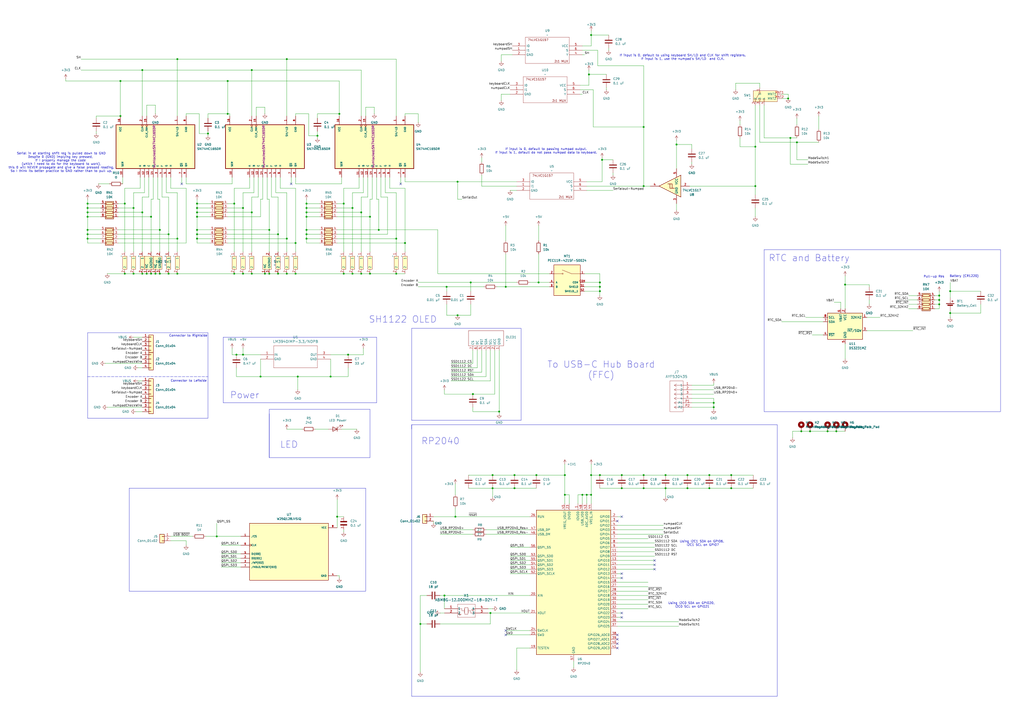
<source format=kicad_sch>
(kicad_sch (version 20231120) (generator "eeschema") (generator_version "8.0")
  (paper "A2")
  (junction (at 298.45 275.59))
  (junction (at 340.36 287.02))
  (junction (at 214.63 125.73))
  (junction (at 87.63 158.75))
  (junction (at 177.8 120.65))
  (junction (at 146.05 40.64))
  (junction (at 360.68 283.21))
  (junction (at 341.63 43.18))
  (junction (at 82.55 40.64))
  (junction (at 102.87 138.43))
  (junction (at 153.67 158.75))
  (junction (at 209.55 123.19))
  (junction (at 120.65 77.47))
  (junction (at 156.21 133.35))
  (junction (at 82.55 123.19))
  (junction (at 312.42 163.83))
  (junction (at 349.25 92.71))
  (junction (at 77.47 120.65))
  (junction (at 199.39 158.75))
  (junction (at 457.2 57.15))
  (junction (at 311.15 275.59))
  (junction (at 257.81 345.44))
  (junction (at 135.89 118.11))
  (junction (at 424.18 283.21))
  (junction (at 485.14 250.19))
  (junction (at 411.48 275.59))
  (junction (at 114.3 138.43))
  (junction (at 347.98 163.83))
  (junction (at 386.08 283.21))
  (junction (at 97.79 135.89))
  (junction (at 114.3 123.19))
  (junction (at 204.47 120.65))
  (junction (at 360.68 275.59))
  (junction (at 243.84 361.95))
  (junction (at 166.37 34.29))
  (junction (at 177.8 125.73))
  (junction (at 156.21 158.75))
  (junction (at 199.39 118.11))
  (junction (at 166.37 158.75))
  (junction (at 293.37 166.37))
  (junction (at 125.73 311.15))
  (junction (at 50.8 135.89))
  (junction (at 184.15 78.74))
  (junction (at 166.37 138.43))
  (junction (at 373.38 283.21))
  (junction (at 177.8 133.35))
  (junction (at 458.47 80.01))
  (junction (at 140.97 158.75))
  (junction (at 132.08 66.04))
  (junction (at 137.16 205.74))
  (junction (at 50.8 133.35))
  (junction (at 85.09 158.75))
  (junction (at 97.79 158.75))
  (junction (at 411.48 283.21))
  (junction (at 82.55 158.75))
  (junction (at 50.8 125.73))
  (junction (at 50.8 120.65))
  (junction (at 337.82 287.02))
  (junction (at 373.38 275.59))
  (junction (at 234.95 140.97))
  (junction (at 114.3 135.89))
  (junction (at 161.29 158.75))
  (junction (at 259.08 166.37))
  (junction (at 171.45 158.75))
  (junction (at 273.05 163.83))
  (junction (at 69.85 67.31))
  (junction (at 544.83 171.45))
  (junction (at 196.85 66.04))
  (junction (at 438.15 85.09))
  (junction (at 114.3 133.35))
  (junction (at 50.8 123.19))
  (junction (at 414.02 236.22))
  (junction (at 342.9 287.02))
  (junction (at 265.43 182.88))
  (junction (at 140.97 205.74))
  (junction (at 229.87 138.43))
  (junction (at 386.08 275.59))
  (junction (at 347.98 275.59))
  (junction (at 151.13 218.44))
  (junction (at 469.9 250.19))
  (junction (at 285.75 275.59))
  (junction (at 480.06 250.19))
  (junction (at 50.8 118.11))
  (junction (at 551.18 168.91))
  (junction (at 114.3 118.11))
  (junction (at 114.3 125.73))
  (junction (at 414.02 233.68))
  (junction (at 490.22 165.1))
  (junction (at 347.98 166.37))
  (junction (at 464.82 250.19))
  (junction (at 102.87 34.29))
  (junction (at 544.83 176.53))
  (junction (at 172.72 218.44))
  (junction (at 135.89 158.75))
  (junction (at 327.66 275.59))
  (junction (at 177.8 138.43))
  (junction (at 92.71 158.75))
  (junction (at 177.8 123.19))
  (junction (at 219.71 133.35))
  (junction (at 171.45 140.97))
  (junction (at 140.97 120.65))
  (junction (at 201.93 205.74))
  (junction (at 551.18 181.61))
  (junction (at 214.63 158.75))
  (junction (at 398.78 275.59))
  (junction (at 114.3 120.65))
  (junction (at 265.43 105.41))
  (junction (at 102.87 158.75))
  (junction (at 424.18 275.59))
  (junction (at 90.17 158.75))
  (junction (at 50.8 138.43))
  (junction (at 342.9 20.32))
  (junction (at 438.15 107.95))
  (junction (at 284.48 355.6))
  (junction (at 327.66 287.02))
  (junction (at 77.47 158.75))
  (junction (at 298.45 283.21))
  (junction (at 209.55 158.75))
  (junction (at 229.87 158.75))
  (junction (at 373.38 73.66))
  (junction (at 92.71 133.35))
  (junction (at 72.39 158.75))
  (junction (at 373.38 107.95))
  (junction (at 146.05 123.19))
  (junction (at 177.8 135.89))
  (junction (at 195.58 299.72))
  (junction (at 264.16 299.72))
  (junction (at 177.8 118.11))
  (junction (at 398.78 283.21))
  (junction (at 87.63 125.73))
  (junction (at 544.83 173.99))
  (junction (at 69.85 46.99))
  (junction (at 191.77 218.44))
  (junction (at 289.56 238.76))
  (junction (at 342.9 275.59))
  (junction (at 161.29 135.89))
  (junction (at 132.08 46.99))
  (junction (at 392.43 83.82))
  (junction (at 462.28 82.55))
  (junction (at 72.39 118.11))
  (junction (at 146.05 158.75))
  (junction (at 347.98 168.91))
  (junction (at 285.75 283.21))
  (junction (at 274.32 228.6))
  (junction (at 204.47 158.75))
  (no_connect (at 360.68 332.74))
  (no_connect (at 293.37 368.3))
  (no_connect (at 360.68 358.14))
  (no_connect (at 358.14 370.84))
  (no_connect (at 360.68 299.72))
  (no_connect (at 358.14 373.38))
  (no_connect (at 232.41 106.68))
  (no_connect (at 379.73 327.66))
  (no_connect (at 360.68 355.6))
  (no_connect (at 358.14 368.3))
  (no_connect (at 379.73 325.12))
  (no_connect (at 358.14 302.26))
  (no_connect (at 360.68 335.28))
  (no_connect (at 105.41 106.68))
  (no_connect (at 168.91 106.68))
  (no_connect (at 358.14 375.92))
  (no_connect (at 293.37 365.76))
  (no_connect (at 379.73 330.2))
  (wire (pts (xy 273.05 163.83) (xy 273.05 168.91)))
  (wire (pts (xy 107.95 106.68) (xy 134.62 106.68)))
  (wire (pts (xy 483.87 175.26) (xy 487.68 175.26)))
  (wire (pts (xy 242.57 166.37) (xy 259.08 166.37)))
  (wire (pts (xy 177.8 120.65) (xy 177.8 123.19)))
  (wire (pts (xy 544.83 171.45) (xy 544.83 173.99)))
  (wire (pts (xy 243.84 345.44) (xy 243.84 361.95)))
  (wire (pts (xy 140.97 111.76) (xy 147.32 111.76)))
  (wire (pts (xy 255.27 355.6) (xy 257.81 355.6)))
  (wire (pts (xy 440.69 48.26) (xy 440.69 50.8)))
  (wire (pts (xy 166.37 34.29) (xy 229.87 34.29)))
  (wire (pts (xy 453.39 57.15) (xy 457.2 57.15)))
  (wire (pts (xy 229.87 111.76) (xy 223.52 111.76)))
  (wire (pts (xy 281.94 309.88) (xy 307.34 309.88)))
  (wire (pts (xy 265.43 115.57) (xy 265.43 105.41)))
  (wire (pts (xy 551.18 168.91) (xy 568.96 168.91)))
  (wire (pts (xy 144.78 109.22) (xy 144.78 102.87)))
  (wire (pts (xy 542.29 173.99) (xy 544.83 173.99)))
  (wire (pts (xy 424.18 275.59) (xy 436.88 275.59)))
  (wire (pts (xy 125.73 311.15) (xy 139.7 311.15)))
  (wire (pts (xy 490.22 165.1) (xy 504.19 165.1)))
  (wire (pts (xy 196.85 66.04) (xy 196.85 46.99)))
  (wire (pts (xy 290.83 58.42) (xy 290.83 54.61)))
  (wire (pts (xy 146.05 40.64) (xy 82.55 40.64)))
  (wire (pts (xy 171.45 66.04) (xy 171.45 67.31)))
  (wire (pts (xy 152.4 115.57) (xy 152.4 102.87)))
  (wire (pts (xy 426.72 48.26) (xy 440.69 48.26)))
  (wire (pts (xy 332.74 383.54) (xy 332.74 387.35)))
  (wire (pts (xy 161.29 146.05) (xy 161.29 135.89)))
  (wire (pts (xy 209.55 146.05) (xy 209.55 123.19)))
  (wire (pts (xy 330.2 287.02) (xy 327.66 287.02)))
  (wire (pts (xy 156.21 133.35) (xy 156.21 115.57)))
  (wire (pts (xy 335.28 292.1) (xy 335.28 287.02)))
  (wire (pts (xy 97.79 158.75) (xy 102.87 158.75)))
  (wire (pts (xy 149.86 114.3) (xy 149.86 102.87)))
  (wire (pts (xy 38.1 46.99) (xy 38.1 45.72)))
  (polyline (pts (xy 214.63 237.49) (xy 156.21 237.49)))
  (wire (pts (xy 469.9 250.19) (xy 480.06 250.19)))
  (wire (pts (xy 209.55 114.3) (xy 213.36 114.3)))
  (wire (pts (xy 153.67 62.23) (xy 153.67 66.04)))
  (wire (pts (xy 87.63 158.75) (xy 90.17 158.75)))
  (wire (pts (xy 462.28 82.55) (xy 474.98 82.55)))
  (wire (pts (xy 119.38 311.15) (xy 125.73 311.15)))
  (wire (pts (xy 273.05 163.83) (xy 299.72 163.83)))
  (wire (pts (xy 349.25 92.71) (xy 355.6 92.71)))
  (wire (pts (xy 336.55 52.07) (xy 344.17 52.07)))
  (wire (pts (xy 166.37 138.43) (xy 166.37 111.76)))
  (polyline (pts (xy 302.26 243.84) (xy 302.26 190.5)))
  (wire (pts (xy 229.87 111.76) (xy 229.87 138.43)))
  (polyline (pts (xy 238.76 190.5) (xy 302.26 190.5)))
  (wire (pts (xy 340.36 287.02) (xy 342.9 287.02)))
  (wire (pts (xy 204.47 146.05) (xy 204.47 120.65)))
  (wire (pts (xy 224.79 114.3) (xy 220.98 114.3)))
  (wire (pts (xy 107.95 316.23) (xy 107.95 313.69)))
  (wire (pts (xy 114.3 123.19) (xy 121.92 123.19)))
  (wire (pts (xy 114.3 115.57) (xy 114.3 118.11)))
  (wire (pts (xy 351.79 43.18) (xy 341.63 43.18)))
  (wire (pts (xy 114.3 118.11) (xy 121.92 118.11)))
  (wire (pts (xy 284.48 355.6) (xy 283.21 355.6)))
  (wire (pts (xy 295.91 317.5) (xy 307.34 317.5)))
  (wire (pts (xy 392.43 118.11) (xy 392.43 121.92)))
  (wire (pts (xy 340.36 107.95) (xy 373.38 107.95)))
  (wire (pts (xy 261.62 210.82) (xy 274.32 210.82)))
  (wire (pts (xy 57.15 106.68) (xy 63.5 106.68)))
  (wire (pts (xy 487.68 179.07) (xy 487.68 175.26)))
  (wire (pts (xy 99.06 109.22) (xy 99.06 102.87)))
  (wire (pts (xy 504.19 166.37) (xy 504.19 165.1)))
  (wire (pts (xy 201.93 205.74) (xy 210.82 205.74)))
  (wire (pts (xy 295.91 332.74) (xy 307.34 332.74)))
  (wire (pts (xy 234.95 109.22) (xy 226.06 109.22)))
  (wire (pts (xy 342.9 20.32) (xy 342.9 26.67)))
  (wire (pts (xy 341.63 40.64) (xy 341.63 43.18)))
  (polyline (pts (xy 238.76 403.86) (xy 450.85 403.86)))
  (wire (pts (xy 132.08 66.04) (xy 132.08 46.99)))
  (wire (pts (xy 217.17 62.23) (xy 217.17 66.04)))
  (wire (pts (xy 358.14 353.06) (xy 375.92 353.06)))
  (wire (pts (xy 295.91 325.12) (xy 307.34 325.12)))
  (wire (pts (xy 55.88 68.58) (xy 55.88 67.31)))
  (wire (pts (xy 204.47 120.65) (xy 204.47 111.76)))
  (wire (pts (xy 358.14 340.36) (xy 375.92 340.36)))
  (wire (pts (xy 276.86 203.2) (xy 276.86 213.36)))
  (wire (pts (xy 151.13 218.44) (xy 172.72 218.44)))
  (wire (pts (xy 261.62 215.9) (xy 279.4 215.9)))
  (wire (pts (xy 154.94 115.57) (xy 154.94 102.87)))
  (wire (pts (xy 135.89 118.11) (xy 135.89 109.22)))
  (wire (pts (xy 339.09 163.83) (xy 347.98 163.83)))
  (wire (pts (xy 551.18 168.91) (xy 551.18 172.72)))
  (wire (pts (xy 284.48 203.2) (xy 284.48 220.98)))
  (wire (pts (xy 344.17 73.66) (xy 344.17 52.07)))
  (wire (pts (xy 287.02 203.2) (xy 287.02 228.6)))
  (wire (pts (xy 97.79 135.89) (xy 97.79 114.3)))
  (wire (pts (xy 105.41 102.87) (xy 105.41 106.68)))
  (wire (pts (xy 544.83 173.99) (xy 544.83 176.53)))
  (wire (pts (xy 115.57 66.04) (xy 115.57 77.47)))
  (wire (pts (xy 458.47 95.25) (xy 458.47 80.01)))
  (wire (pts (xy 132.08 135.89) (xy 161.29 135.89)))
  (wire (pts (xy 414.02 236.22) (xy 414.02 237.49)))
  (wire (pts (xy 259.08 182.88) (xy 259.08 176.53)))
  (wire (pts (xy 243.84 361.95) (xy 247.65 361.95)))
  (wire (pts (xy 271.78 283.21) (xy 285.75 283.21)))
  (wire (pts (xy 177.8 138.43) (xy 177.8 140.97)))
  (wire (pts (xy 337.82 54.61) (xy 336.55 54.61)))
  (wire (pts (xy 68.58 135.89) (xy 97.79 135.89)))
  (wire (pts (xy 502.92 184.15) (xy 510.54 184.15)))
  (wire (pts (xy 171.45 140.97) (xy 171.45 109.22)))
  (wire (pts (xy 120.65 76.2) (xy 120.65 77.47)))
  (wire (pts (xy 342.9 275.59) (xy 347.98 275.59)))
  (wire (pts (xy 542.29 179.07) (xy 544.83 179.07)))
  (wire (pts (xy 151.13 208.28) (xy 151.13 218.44)))
  (wire (pts (xy 137.16 213.36) (xy 137.16 218.44)))
  (wire (pts (xy 398.78 275.59) (xy 411.48 275.59)))
  (wire (pts (xy 77.47 195.58) (xy 82.55 195.58)))
  (wire (pts (xy 102.87 34.29) (xy 166.37 34.29)))
  (wire (pts (xy 199.39 109.22) (xy 208.28 109.22)))
  (wire (pts (xy 195.58 289.56) (xy 195.58 299.72)))
  (wire (pts (xy 177.8 115.57) (xy 177.8 118.11)))
  (wire (pts (xy 128.27 323.85) (xy 139.7 323.85)))
  (wire (pts (xy 191.77 205.74) (xy 201.93 205.74)))
  (wire (pts (xy 161.29 135.89) (xy 161.29 114.3)))
  (polyline (pts (xy 129.54 195.58) (xy 218.44 195.58)))
  (wire (pts (xy 171.45 66.04) (xy 179.07 66.04)))
  (wire (pts (xy 83.82 111.76) (xy 83.82 102.87)))
  (wire (pts (xy 72.39 146.05) (xy 72.39 118.11)))
  (wire (pts (xy 184.15 66.04) (xy 196.85 66.04)))
  (wire (pts (xy 177.8 133.35) (xy 177.8 135.89)))
  (wire (pts (xy 120.65 66.04) (xy 132.08 66.04)))
  (wire (pts (xy 184.15 68.58) (xy 184.15 66.04)))
  (wire (pts (xy 453.39 186.69) (xy 477.52 186.69)))
  (wire (pts (xy 114.3 120.65) (xy 114.3 123.19)))
  (wire (pts (xy 551.18 163.83) (xy 551.18 168.91)))
  (wire (pts (xy 97.79 114.3) (xy 93.98 114.3)))
  (polyline (pts (xy 238.76 246.38) (xy 238.76 248.92)))
  (wire (pts (xy 171.45 158.75) (xy 199.39 158.75)))
  (wire (pts (xy 107.95 66.04) (xy 115.57 66.04)))
  (wire (pts (xy 438.15 85.09) (xy 438.15 107.95)))
  (wire (pts (xy 78.74 238.76) (xy 82.55 238.76)))
  (wire (pts (xy 349.25 92.71) (xy 349.25 105.41)))
  (wire (pts (xy 542.29 171.45) (xy 544.83 171.45)))
  (wire (pts (xy 257.81 345.44) (xy 307.34 345.44)))
  (wire (pts (xy 358.14 345.44) (xy 375.92 345.44)))
  (wire (pts (xy 198.12 106.68) (xy 198.12 102.87)))
  (wire (pts (xy 199.39 146.05) (xy 199.39 118.11)))
  (wire (pts (xy 373.38 107.95) (xy 373.38 73.66)))
  (wire (pts (xy 261.62 213.36) (xy 276.86 213.36)))
  (wire (pts (xy 38.1 46.99) (xy 69.85 46.99)))
  (wire (pts (xy 114.3 140.97) (xy 121.92 140.97)))
  (wire (pts (xy 182.88 248.92) (xy 190.5 248.92)))
  (wire (pts (xy 457.2 54.61) (xy 457.2 57.15)))
  (wire (pts (xy 341.63 43.18) (xy 341.63 49.53)))
  (wire (pts (xy 50.8 125.73) (xy 58.42 125.73)))
  (wire (pts (xy 360.68 275.59) (xy 373.38 275.59)))
  (wire (pts (xy 373.38 73.66) (xy 373.38 38.1)))
  (wire (pts (xy 440.69 60.96) (xy 440.69 82.55)))
  (wire (pts (xy 128.27 328.93) (xy 139.7 328.93)))
  (wire (pts (xy 82.55 123.19) (xy 82.55 114.3)))
  (wire (pts (xy 295.91 322.58) (xy 307.34 322.58)))
  (wire (pts (xy 85.09 60.96) (xy 90.17 60.96)))
  (wire (pts (xy 295.91 330.2) (xy 307.34 330.2)))
  (wire (pts (xy 358.14 347.98) (xy 375.92 347.98)))
  (polyline (pts (xy 156.21 237.49) (xy 156.21 265.43)))
  (wire (pts (xy 358.14 335.28) (xy 360.68 335.28)))
  (wire (pts (xy 210.82 111.76) (xy 210.82 102.87)))
  (wire (pts (xy 62.23 236.22) (xy 82.55 236.22)))
  (wire (pts (xy 386.08 283.21) (xy 386.08 288.29)))
  (wire (pts (xy 424.18 283.21) (xy 436.88 283.21)))
  (wire (pts (xy 414.02 233.68) (xy 414.02 236.22)))
  (wire (pts (xy 69.85 46.99) (xy 69.85 67.31)))
  (wire (pts (xy 140.97 201.93) (xy 140.97 205.74)))
  (wire (pts (xy 214.63 146.05) (xy 214.63 125.73)))
  (wire (pts (xy 234.95 140.97) (xy 234.95 146.05)))
  (wire (pts (xy 257.81 353.06) (xy 257.81 345.44)))
  (wire (pts (xy 264.16 280.67) (xy 264.16 287.02)))
  (wire (pts (xy 347.98 171.45) (xy 347.98 168.91)))
  (wire (pts (xy 151.13 115.57) (xy 152.4 115.57)))
  (wire (pts (xy 544.83 168.91) (xy 544.83 171.45)))
  (wire (pts (xy 209.55 123.19) (xy 209.55 114.3)))
  (polyline (pts (xy 450.85 403.86) (xy 450.85 246.38)))
  (wire (pts (xy 281.94 307.34) (xy 307.34 307.34)))
  (wire (pts (xy 80.01 220.98) (xy 82.55 220.98)))
  (wire (pts (xy 347.98 275.59) (xy 360.68 275.59)))
  (wire (pts (xy 134.62 106.68) (xy 134.62 102.87)))
  (wire (pts (xy 551.18 181.61) (xy 551.18 180.34)))
  (wire (pts (xy 140.97 146.05) (xy 140.97 120.65)))
  (wire (pts (xy 255.27 345.44) (xy 257.81 345.44)))
  (wire (pts (xy 177.8 118.11) (xy 185.42 118.11)))
  (wire (pts (xy 107.95 109.22) (xy 99.06 109.22)))
  (wire (pts (xy 68.58 123.19) (xy 82.55 123.19)))
  (wire (pts (xy 401.32 223.52) (xy 414.02 223.52)))
  (wire (pts (xy 327.66 292.1) (xy 327.66 287.02)))
  (wire (pts (xy 87.63 125.73) (xy 87.63 115.57)))
  (polyline (pts (xy 74.93 283.21) (xy 74.93 342.9)))
  (wire (pts (xy 462.28 92.71) (xy 462.28 82.55)))
  (wire (pts (xy 115.57 77.47) (xy 120.65 77.47)))
  (wire (pts (xy 195.58 299.72) (xy 195.58 306.07)))
  (wire (pts (xy 153.67 158.75) (xy 156.21 158.75)))
  (wire (pts (xy 50.8 115.57) (xy 50.8 118.11)))
  (wire (pts (xy 259.08 166.37) (xy 280.67 166.37)))
  (wire (pts (xy 166.37 111.76) (xy 160.02 111.76)))
  (wire (pts (xy 132.08 140.97) (xy 171.45 140.97)))
  (wire (pts (xy 339.09 166.37) (xy 347.98 166.37)))
  (wire (pts (xy 220.98 114.3) (xy 220.98 102.87)))
  (wire (pts (xy 204.47 158.75) (xy 209.55 158.75)))
  (wire (pts (xy 201.93 213.36) (xy 201.93 218.44)))
  (wire (pts (xy 151.13 125.73) (xy 151.13 115.57)))
  (wire (pts (xy 102.87 138.43) (xy 102.87 111.76)))
  (wire (pts (xy 195.58 138.43) (xy 229.87 138.43)))
  (wire (pts (xy 358.14 307.34) (xy 384.81 307.34)))
  (wire (pts (xy 177.8 125.73) (xy 185.42 125.73)))
  (polyline (pts (xy 212.09 283.21) (xy 212.09 342.9)))
  (wire (pts (xy 157.48 114.3) (xy 157.48 102.87)))
  (wire (pts (xy 358.14 320.04) (xy 379.73 320.04)))
  (wire (pts (xy 201.93 218.44) (xy 191.77 218.44)))
  (polyline (pts (xy 238.76 246.38) (xy 238.76 403.86)))
  (wire (pts (xy 347.98 166.37) (xy 347.98 168.91)))
  (wire (pts (xy 358.14 325.12) (xy 379.73 325.12)))
  (wire (pts (xy 102.87 67.31) (xy 102.87 34.29)))
  (wire (pts (xy 148.59 62.23) (xy 153.67 62.23)))
  (wire (pts (xy 468.63 92.71) (xy 462.28 92.71)))
  (wire (pts (xy 347.98 168.91) (xy 339.09 168.91)))
  (wire (pts (xy 171.45 102.87) (xy 171.45 106.68)))
  (wire (pts (xy 273.05 176.53) (xy 273.05 182.88)))
  (wire (pts (xy 213.36 114.3) (xy 213.36 102.87)))
  (wire (pts (xy 97.79 146.05) (xy 97.79 135.89)))
  (wire (pts (xy 177.8 125.73) (xy 177.8 133.35)))
  (wire (pts (xy 195.58 135.89) (xy 224.79 135.89)))
  (wire (pts (xy 88.9 115.57) (xy 88.9 102.87)))
  (wire (pts (xy 392.43 81.28) (xy 392.43 83.82)))
  (wire (pts (xy 234.95 66.04) (xy 242.57 66.04)))
  (wire (pts (xy 199.39 307.34) (xy 199.39 308.61)))
  (wire (pts (xy 299.72 375.92) (xy 307.34 375.92)))
  (wire (pts (xy 551.18 181.61) (xy 568.96 181.61)))
  (wire (pts (xy 82.55 146.05) (xy 82.55 123.19)))
  (wire (pts (xy 298.45 283.21) (xy 311.15 283.21)))
  (wire (pts (xy 50.8 140.97) (xy 58.42 140.97)))
  (polyline (pts (xy 450.85 246.38) (xy 238.76 246.38)))
  (wire (pts (xy 46.99 40.64) (xy 82.55 40.64)))
  (wire (pts (xy 271.78 275.59) (xy 285.75 275.59)))
  (wire (pts (xy 349.25 105.41) (xy 340.36 105.41)))
  (wire (pts (xy 125.73 303.53) (xy 125.73 311.15)))
  (wire (pts (xy 312.42 130.81) (xy 312.42 139.7)))
  (wire (pts (xy 358.14 355.6) (xy 360.68 355.6)))
  (wire (pts (xy 255.27 361.95) (xy 284.48 361.95)))
  (wire (pts (xy 327.66 269.24) (xy 327.66 275.59)))
  (wire (pts (xy 71.12 102.87) (xy 71.12 106.68)))
  (wire (pts (xy 453.39 54.61) (xy 457.2 54.61)))
  (wire (pts (xy 358.14 322.58) (xy 379.73 322.58)))
  (wire (pts (xy 490.22 160.02) (xy 490.22 165.1)))
  (wire (pts (xy 99.06 311.15) (xy 111.76 311.15)))
  (wire (pts (xy 92.71 115.57) (xy 91.44 115.57)))
  (wire (pts (xy 251.46 299.72) (xy 264.16 299.72)))
  (wire (pts (xy 102.87 146.05) (xy 102.87 138.43)))
  (wire (pts (xy 50.8 135.89) (xy 50.8 138.43)))
  (wire (pts (xy 50.8 138.43) (xy 58.42 138.43)))
  (wire (pts (xy 133.35 66.04) (xy 132.08 66.04)))
  (wire (pts (xy 336.55 49.53) (xy 341.63 49.53)))
  (wire (pts (xy 196.85 334.01) (xy 195.58 334.01)))
  (polyline (pts (xy 214.63 265.43) (xy 214.63 237.49)))
  (wire (pts (xy 177.8 133.35) (xy 185.42 133.35)))
  (wire (pts (xy 295.91 327.66) (xy 307.34 327.66)))
  (wire (pts (xy 195.58 120.65) (xy 204.47 120.65)))
  (wire (pts (xy 285.75 283.21) (xy 285.75 288.29)))
  (wire (pts (xy 151.13 205.74) (xy 140.97 205.74)))
  (wire (pts (xy 358.14 337.82) (xy 375.92 337.82)))
  (wire (pts (xy 184.15 76.2) (xy 184.15 78.74)))
  (wire (pts (xy 401.32 236.22) (xy 414.02 236.22)))
  (wire (pts (xy 179.07 66.04) (xy 179.07 78.74)))
  (polyline (pts (xy 120.65 242.57) (xy 120.65 193.04)))
  (wire (pts (xy 77.47 120.65) (xy 77.47 111.76)))
  (wire (pts (xy 264.16 299.72) (xy 307.34 299.72)))
  (wire (pts (xy 114.3 120.65) (xy 121.92 120.65)))
  (wire (pts (xy 140.97 158.75) (xy 146.05 158.75)))
  (wire (pts (xy 257.81 226.06) (xy 257.81 228.6)))
  (wire (pts (xy 401.32 83.82) (xy 401.32 86.36)))
  (wire (pts (xy 85.09 158.75) (xy 87.63 158.75)))
  (wire (pts (xy 279.4 91.44) (xy 279.4 93.98)))
  (wire (pts (xy 358.14 332.74) (xy 360.68 332.74)))
  (wire (pts (xy 55.88 76.2) (xy 55.88 77.47)))
  (wire (pts (xy 161.29 114.3) (xy 157.48 114.3)))
  (wire (pts (xy 114.3 135.89) (xy 121.92 135.89)))
  (wire (pts (xy 234.95 67.31) (xy 234.95 66.04)))
  (wire (pts (xy 46.99 34.29) (xy 102.87 34.29)))
  (wire (pts (xy 219.71 133.35) (xy 254 133.35)))
  (wire (pts (xy 295.91 110.49) (xy 299.72 110.49)))
  (wire (pts (xy 114.3 138.43) (xy 121.92 138.43)))
  (wire (pts (xy 458.47 80.01) (xy 462.28 80.01)))
  (wire (pts (xy 358.14 304.8) (xy 384.81 304.8)))
  (wire (pts (xy 443.23 80.01) (xy 458.47 80.01)))
  (wire (pts (xy 298.45 275.59) (xy 311.15 275.59)))
  (wire (pts (xy 93.98 114.3) (xy 93.98 102.87)))
  (wire (pts (xy 467.36 184.15) (xy 477.52 184.15)))
  (wire (pts (xy 251.46 302.26) (xy 251.46 303.53)))
  (wire (pts (xy 120.65 77.47) (xy 120.65 78.74)))
  (wire (pts (xy 342.9 269.24) (xy 342.9 275.59)))
  (wire (pts (xy 480.06 250.19) (xy 485.14 250.19)))
  (wire (pts (xy 82.55 158.75) (xy 85.09 158.75)))
  (wire (pts (xy 107.95 313.69) (xy 99.06 313.69)))
  (wire (pts (xy 290.83 54.61) (xy 295.91 54.61)))
  (wire (pts (xy 177.8 123.19) (xy 185.42 123.19)))
  (wire (pts (xy 168.91 102.87) (xy 168.91 106.68)))
  (wire (pts (xy 161.29 158.75) (xy 166.37 158.75)))
  (wire (pts (xy 77.47 111.76) (xy 83.82 111.76)))
  (wire (pts (xy 358.14 350.52) (xy 375.92 350.52)))
  (wire (pts (xy 358.14 330.2) (xy 379.73 330.2)))
  (polyline (pts (xy 50.8 242.57) (xy 120.65 242.57)))
  (wire (pts (xy 68.58 138.43) (xy 102.87 138.43)))
  (wire (pts (xy 274.32 228.6) (xy 287.02 228.6)))
  (wire (pts (xy 342.9 287.02) (xy 342.9 292.1)))
  (wire (pts (xy 299.72 388.62) (xy 299.72 375.92)))
  (wire (pts (xy 255.27 307.34) (xy 274.32 307.34)))
  (wire (pts (xy 464.82 250.19) (xy 469.9 250.19)))
  (wire (pts (xy 102.87 111.76) (xy 96.52 111.76)))
  (wire (pts (xy 401.32 228.6) (xy 414.02 228.6)))
  (wire (pts (xy 114.3 135.89) (xy 114.3 138.43)))
  (wire (pts (xy 339.09 31.75) (xy 337.82 31.75)))
  (wire (pts (xy 135.89 109.22) (xy 144.78 109.22)))
  (wire (pts (xy 462.28 68.58) (xy 462.28 72.39)))
  (wire (pts (xy 166.37 138.43) (xy 166.37 146.05)))
  (wire (pts (xy 551.18 184.15) (xy 551.18 181.61)))
  (wire (pts (xy 279.4 101.6) (xy 279.4 107.95)))
  (wire (pts (xy 468.63 95.25) (xy 458.47 95.25)))
  (wire (pts (xy 146.05 114.3) (xy 149.86 114.3)))
  (wire (pts (xy 92.71 146.05) (xy 92.71 133.35)))
  (polyline (pts (xy 218.44 195.58) (xy 218.44 233.68)))
  (wire (pts (xy 337.82 287.02) (xy 340.36 287.02)))
  (wire (pts (xy 400.05 107.95) (xy 438.15 107.95)))
  (wire (pts (xy 349.25 91.44) (xy 349.25 92.71)))
  (polyline (pts (xy 212.09 283.21) (xy 74.93 283.21)))
  (wire (pts (xy 214.63 115.57) (xy 215.9 115.57)))
  (wire (pts (xy 72.39 109.22) (xy 81.28 109.22)))
  (wire (pts (xy 414.02 223.52) (xy 414.02 222.25)))
  (wire (pts (xy 264.16 294.64) (xy 264.16 299.72)))
  (wire (pts (xy 218.44 115.57) (xy 218.44 102.87)))
  (wire (pts (xy 195.58 118.11) (xy 199.39 118.11)))
  (wire (pts (xy 132.08 120.65) (xy 140.97 120.65)))
  (wire (pts (xy 414.02 231.14) (xy 414.02 233.68)))
  (wire (pts (xy 459.74 250.19) (xy 459.74 254)))
  (wire (pts (xy 114.3 133.35) (xy 114.3 135.89)))
  (wire (pts (xy 347.98 158.75) (xy 347.98 163.83)))
  (wire (pts (xy 373.38 73.66) (xy 344.17 73.66)))
  (wire (pts (xy 195.58 125.73) (xy 214.63 125.73)))
  (wire (pts (xy 50.8 138.43) (xy 50.8 140.97)))
  (wire (pts (xy 62.23 158.75) (xy 72.39 158.75)))
  (wire (pts (xy 355.6 101.6) (xy 355.6 100.33)))
  (wire (pts (xy 274.32 238.76) (xy 289.56 238.76)))
  (wire (pts (xy 162.56 109.22) (xy 162.56 102.87)))
  (wire (pts (xy 114.3 133.35) (xy 121.92 133.35)))
  (wire (pts (xy 229.87 34.29) (xy 229.87 67.31)))
  (wire (pts (xy 353.06 29.21) (xy 353.06 27.94)))
  (polyline (pts (xy 156.21 265.43) (xy 214.63 265.43)))
  (wire (pts (xy 544.83 176.53) (xy 544.83 179.07)))
  (wire (pts (xy 386.08 275.59) (xy 398.78 275.59)))
  (wire (pts (xy 166.37 248.92) (xy 175.26 248.92)))
  (wire (pts (xy 107.95 102.87) (xy 107.95 106.68)))
  (polyline (pts (xy 156.21 240.03) (xy 156.21 265.43)))
  (wire (pts (xy 490.22 165.1) (xy 490.22 179.07)))
  (wire (pts (xy 392.43 83.82) (xy 392.43 97.79)))
  (wire (pts (xy 358.14 358.14) (xy 360.68 358.14)))
  (wire (pts (xy 177.8 135.89) (xy 185.42 135.89)))
  (wire (pts (xy 290.83 31.75) (xy 290.83 35.56)))
  (wire (pts (xy 274.32 203.2) (xy 274.32 210.82)))
  (wire (pts (xy 80.01 213.36) (xy 82.55 213.36)))
  (wire (pts (xy 82.55 114.3) (xy 86.36 114.3)))
  (wire (pts (xy 502.92 191.77) (xy 529.59 191.77)))
  (wire (pts (xy 219.71 115.57) (xy 218.44 115.57)))
  (wire (pts (xy 132.08 125.73) (xy 151.13 125.73)))
  (wire (pts (xy 281.94 203.2) (xy 281.94 218.44)))
  (wire (pts (xy 68.58 118.11) (xy 72.39 118.11)))
  (wire (pts (xy 212.09 62.23) (xy 217.17 62.23)))
  (wire (pts (xy 68.58 140.97) (xy 107.95 140.97)))
  (wire (pts (xy 471.17 194.31) (xy 477.52 194.31)))
  (wire (pts (xy 219.71 115.57) (xy 219.71 133.35)))
  (wire (pts (xy 429.26 80.01) (xy 429.26 85.09)))
  (wire (pts (xy 330.2 292.1) (xy 330.2 287.02)))
  (wire (pts (xy 172.72 218.44) (xy 191.77 218.44)))
  (wire (pts (xy 146.05 146.05) (xy 146.05 123.19)))
  (wire (pts (xy 196.85 67.31) (xy 196.85 66.04)))
  (wire (pts (xy 50.8 123.19) (xy 58.42 123.19)))
  (wire (pts (xy 137.16 205.74) (xy 134.62 205.74)))
  (wire (pts (xy 311.15 275.59) (xy 327.66 275.59)))
  (wire (pts (xy 146.05 158.75) (xy 153.67 158.75)))
  (wire (pts (xy 527.05 173.99) (xy 532.13 173.99)))
  (wire (pts (xy 358.14 314.96) (xy 379.73 314.96)))
  (wire (pts (xy 50.8 125.73) (xy 50.8 133.35)))
  (wire (pts (xy 229.87 138.43) (xy 229.87 146.05)))
  (wire (pts (xy 114.3 123.19) (xy 114.3 125.73)))
  (wire (pts (xy 346.71 38.1) (xy 346.71 29.21)))
  (wire (pts (xy 114.3 118.11) (xy 114.3 120.65)))
  (wire (pts (xy 50.8 120.65) (xy 58.42 120.65)))
  (wire (pts (xy 156.21 115.57) (xy 154.94 115.57)))
  (wire (pts (xy 50.8 118.11) (xy 50.8 120.65)))
  (wire (pts (xy 132.08 118.11) (xy 135.89 118.11)))
  (wire (pts (xy 179.07 78.74) (xy 184.15 78.74)))
  (wire (pts (xy 440.69 82.55) (xy 462.28 82.55)))
  (wire (pts (xy 102.87 158.75) (xy 135.89 158.75)))
  (wire (pts (xy 401.32 83.82) (xy 392.43 83.82)))
  (wire (pts (xy 68.58 133.35) (xy 92.71 133.35)))
  (wire (pts (xy 72.39 158.75) (xy 77.47 158.75)))
  (wire (pts (xy 132.08 133.35) (xy 156.21 133.35)))
  (wire (pts (xy 90.17 158.75) (xy 92.71 158.75)))
  (wire (pts (xy 234.95 105.41) (xy 265.43 105.41)))
  (wire (pts (xy 50.8 118.11) (xy 58.42 118.11)))
  (wire (pts (xy 358.14 363.22) (xy 393.7 363.22)))
  (wire (pts (xy 50.8 133.35) (xy 58.42 133.35)))
  (wire (pts (xy 77.47 146.05) (xy 77.47 120.65)))
  (wire (pts (xy 386.08 283.21) (xy 398.78 283.21)))
  (wire (pts (xy 274.32 238.76) (xy 274.32 236.22)))
  (wire (pts (xy 172.72 218.44) (xy 172.72 226.06)))
  (wire (pts (xy 77.47 158.75) (xy 82.55 158.75)))
  (wire (pts (xy 255.27 309.88) (xy 274.32 309.88)))
  (wire (pts (xy 527.05 171.45) (xy 532.13 171.45)))
  (wire (pts (xy 146.05 67.31) (xy 146.05 40.64)))
  (wire (pts (xy 411.48 283.21) (xy 424.18 283.21)))
  (wire (pts (xy 140.97 205.74) (xy 137.16 205.74)))
  (wire (pts (xy 337.82 26.67) (xy 342.9 26.67)))
  (wire (pts (xy 215.9 115.57) (xy 215.9 102.87)))
  (wire (pts (xy 254 158.75) (xy 318.77 158.75)))
  (wire (pts (xy 209.55 158.75) (xy 214.63 158.75)))
  (wire (pts (xy 68.58 125.73) (xy 87.63 125.73)))
  (wire (pts (xy 135.89 146.05) (xy 135.89 118.11)))
  (wire (pts (xy 401.32 226.06) (xy 414.02 226.06)))
  (wire (pts (xy 288.29 166.37) (xy 293.37 166.37)))
  (wire (pts (xy 90.17 60.96) (xy 90.17 66.04)))
  (wire (pts (xy 114.3 125.73) (xy 121.92 125.73)))
  (wire (pts (xy 212.09 67.31) (xy 212.09 62.23)))
  (wire (pts (xy 485.14 250.19) (xy 490.22 250.19)))
  (wire (pts (xy 284.48 355.6) (xy 307.34 355.6)))
  (wire (pts (xy 360.68 283.21) (xy 373.38 283.21)))
  (wire (pts (xy 50.8 120.65) (xy 50.8 123.19)))
  (wire (pts (xy 166.37 34.29) (xy 166.37 67.31)))
  (wire (pts (xy 171.45 109.22) (xy 162.56 109.22)))
  (wire (pts (xy 443.23 60.96) (xy 443.23 80.01)))
  (wire (pts (xy 307.34 163.83) (xy 312.42 163.83)))
  (wire (pts (xy 50.8 133.35) (xy 50.8 135.89)))
  (wire (pts (xy 527.05 176.53) (xy 532.13 176.53)))
  (wire (pts (xy 177.8 118.11) (xy 177.8 120.65)))
  (wire (pts (xy 297.18 31.75) (xy 290.83 31.75)))
  (wire (pts (xy 196.85 46.99) (xy 132.08 46.99)))
  (wire (pts (xy 177.8 138.43) (xy 185.42 138.43)))
  (wire (pts (xy 209.55 67.31) (xy 209.55 40.64)))
  (wire (pts (xy 198.12 248.92) (xy 207.01 248.92)))
  (wire (pts (xy 156.21 146.05) (xy 156.21 133.35)))
  (wire (pts (xy 339.09 158.75) (xy 347.98 158.75)))
  (wire (pts (xy 358.14 342.9) (xy 375.92 342.9)))
  (wire (pts (xy 146.05 123.19) (xy 146.05 114.3)))
  (wire (pts (xy 148.59 67.31) (xy 148.59 62.23)))
  (wire (pts (xy 312.42 147.32) (xy 312.42 163.83)))
  (wire (pts (xy 340.36 110.49) (xy 355.6 110.49)))
  (wire (pts (xy 527.05 179.07) (xy 532.13 179.07)))
  (wire (pts (xy 242.57 163.83) (xy 273.05 163.83)))
  (wire (pts (xy 120.65 68.58) (xy 120.65 66.04)))
  (wire (pts (xy 195.58 123.19) (xy 209.55 123.19)))
  (wire (pts (xy 254 133.35) (xy 254 158.75)))
  (wire (pts (xy 373.38 107.95) (xy 377.19 107.95)))
  (wire (pts (xy 199.39 118.11) (xy 199.39 109.22)))
  (wire (pts (xy 214.63 158.75) (xy 229.87 158.75)))
  (wire (pts (xy 347.98 283.21) (xy 360.68 283.21)))
  (wire (pts (xy 184.15 78.74) (xy 184.15 80.01)))
  (wire (pts (xy 210.82 201.93) (xy 210.82 205.74)))
  (wire (pts (xy 226.06 109.22) (xy 226.06 102.87)))
  (wire (pts (xy 273.05 182.88) (xy 265.43 182.88)))
  (wire (pts (xy 265.43 182.88) (xy 259.08 182.88)))
  (wire (pts (xy 128.27 321.31) (xy 139.7 321.31)))
  (wire (pts (xy 335.28 287.02) (xy 337.82 287.02)))
  (wire (pts (xy 267.97 115.57) (xy 265.43 115.57)))
  (wire (pts (xy 340.36 287.02) (xy 340.36 292.1)))
  (wire (pts (xy 358.14 299.72) (xy 360.68 299.72)))
  (wire (pts (xy 82.55 67.31) (xy 82.55 40.64)))
  (wire (pts (xy 353.06 20.32) (xy 342.9 20.32)))
  (wire (pts (xy 247.65 345.44) (xy 243.84 345.44)))
  (wire (pts (xy 293.37 147.32) (xy 293.37 166.37)))
  (wire (pts (xy 401.32 233.68) (xy 414.02 233.68)))
  (polyline (pts (xy 50.8 193.04) (xy 50.8 242.57)))
  (wire (pts (xy 398.78 283.21) (xy 411.48 283.21)))
  (wire (pts (xy 337.82 29.21) (xy 346.71 29.21)))
  (wire (pts (xy 293.37 365.76) (xy 307.34 365.76)))
  (wire (pts (xy 318.77 166.37) (xy 293.37 166.37)))
  (wire (pts (xy 135.89 158.75) (xy 140.97 158.75)))
  (wire (pts (xy 229.87 158.75) (xy 234.95 158.75)))
  (wire (pts (xy 196.85 335.28) (xy 196.85 334.01)))
  (wire (pts (xy 177.8 123.19) (xy 177.8 125.73)))
  (wire (pts (xy 92.71 133.35) (xy 92.71 115.57)))
  (wire (pts (xy 146.05 40.64) (xy 209.55 40.64)))
  (wire (pts (xy 259.08 166.37) (xy 259.08 168.91)))
  (wire (pts (xy 285.75 283.21) (xy 298.45 283.21)))
  (wire (pts (xy 107.95 66.04) (xy 107.95 67.31)))
  (wire (pts (xy 490.22 199.39) (xy 490.22 208.28)))
  (wire (pts (xy 204.47 111.76) (xy 210.82 111.76)))
  (wire (pts (xy 279.4 107.95) (xy 299.72 107.95)))
  (wire (pts (xy 128.27 316.23) (xy 139.7 316.23)))
  (wire (pts (xy 87.63 146.05) (xy 87.63 125.73)))
  (wire (pts (xy 114.3 125.73) (xy 114.3 133.35)))
  (wire (pts (xy 337.82 287.02) (xy 337.82 292.1)))
  (wire (pts (xy 242.57 66.04) (xy 242.57 71.12)))
  (wire (pts (xy 347.98 163.83) (xy 347.98 166.37)))
  (wire (pts (xy 265.43 105.41) (xy 299.72 105.41)))
  (wire (pts (xy 177.8 120.65) (xy 185.42 120.65)))
  (wire (pts (xy 166.37 158.75) (xy 171.45 158.75)))
  (wire (pts (xy 224.79 114.3) (xy 224.79 135.89)))
  (wire (pts (xy 438.15 120.65) (xy 438.15 125.73)))
  (wire (pts (xy 132.08 138.43) (xy 166.37 138.43)))
  (wire (pts (xy 373.38 283.21) (xy 386.08 283.21)))
  (wire (pts (xy 542.29 176.53) (xy 544.83 176.53)))
  (wire (pts (xy 411.48 275.59) (xy 424.18 275.59)))
  (wire (pts (xy 504.19 173.99) (xy 504.19 176.53)))
  (wire (pts (xy 429.26 85.09) (xy 438.15 85.09)))
  (wire (pts (xy 208.28 109.22) (xy 208.28 102.87)))
  (wire (pts (xy 261.62 218.44) (xy 281.94 218.44)))
  (wire (pts (xy 156.21 158.75) (xy 161.29 158.75)))
  (wire (pts (xy 401.32 231.14) (xy 414.02 231.14)))
  (wire (pts (xy 195.58 133.35) (xy 219.71 133.35)))
  (wire (pts (xy 318.77 163.83) (xy 312.42 163.83)))
  (wire (pts (xy 284.48 361.95) (xy 284.48 355.6)))
  (wire (pts (xy 191.77 208.28) (xy 191.77 218.44)))
  (wire (pts (xy 358.14 312.42) (xy 375.92 312.42)))
  (wire (pts (xy 60.96 210.82) (xy 82.55 210.82)))
  (wire (pts (xy 72.39 118.11) (xy 72.39 109.22)))
  (wire (pts (xy 234.95 102.87) (xy 234.95 105.41)))
  (wire (pts (xy 438.15 60.96) (xy 438.15 85.09)))
  (wire (pts (xy 171.45 140.97) (xy 171.45 146.05)))
  (wire (pts (xy 86.36 114.3) (xy 86.36 102.87)))
  (wire (pts (xy 474.98 67.31) (xy 474.98 74.93)))
  (wire (pts (xy 91.44 115.57) (xy 91.44 102.87)))
  (wire (pts (xy 289.56 238.76) (xy 289.56 240.03)))
  (wire (pts (xy 160.02 111.76) (xy 160.02 102.87)))
  (polyline (pts (xy 50.8 218.44) (xy 120.65 218.44)) (stroke (width 0) (type dash)))
  (wire (pts (xy 177.8 135.89) (xy 177.8 138.43)))
  (wire (pts (xy 195.58 140.97) (xy 234.95 140.97)))
  (wire (pts (xy 358.14 309.88) (xy 384.81 309.88)))
  (wire (pts (xy 96.52 111.76) (xy 96.52 102.87)))
  (wire (pts (xy 223.52 111.76) (xy 223.52 102.87)))
  (wire (pts (xy 171.45 106.68) (xy 198.12 106.68)))
  (wire (pts (xy 107.95 140.97) (xy 107.95 109.22)))
  (wire (pts (xy 351.79 52.07) (xy 351.79 50.8)))
  (wire (pts (xy 401.32 93.98) (xy 401.32 95.25)))
  (wire (pts (xy 137.16 218.44) (xy 151.13 218.44)))
  (wire (pts (xy 55.88 67.31) (xy 69.85 67.31)))
  (wire (pts (xy 327.66 287.02) (xy 327.66 275.59)))
  (wire (pts (xy 429.26 69.85) (xy 429.26 72.39)))
  (wire (pts (xy 140.97 120.65) (xy 140.97 111.76)))
  (wire (pts (xy 128.27 326.39) (xy 139.7 326.39)))
  (wire (pts (xy 342.9 275.59) (xy 342.9 287.02)))
  (wire (pts (xy 283.21 353.06) (xy 285.75 353.06)))
  (wire (pts (xy 358.14 360.68) (xy 393.7 360.68)))
  (polyline (pts (xy 129.54 195.58) (xy 129.54 233.68)))
  (wire (pts (xy 257.81 228.6) (xy 274.32 228.6)))
  (wire (pts (xy 177.8 140.97) (xy 185.42 140.97)))
  (wire (pts (xy 134.62 201.93) (xy 134.62 205.74)))
  (polyline (pts (xy 74.93 342.9) (xy 212.09 342.9)))
  (wire (pts (xy 214.63 125.73) (xy 214.63 115.57)))
  (wire (pts (xy 50.8 123.19) (xy 50.8 125.73)))
  (wire (pts (xy 373.38 275.59) (xy 386.08 275.59)))
  (wire (pts (xy 285.75 275.59) (xy 298.45 275.59)))
  (polyline (pts (xy 50.8 193.04) (xy 120.65 193.04)))
  (wire (pts (xy 438.15 107.95) (xy 438.15 113.03)))
  (wire (pts (xy 199.39 158.75) (xy 204.47 158.75)))
  (wire (pts (xy 132.08 123.19) (xy 146.05 123.19)))
  (wire (pts (xy 426.72 52.07) (xy 426.72 48.26)))
  (polyline (pts (xy 238.76 190.5) (xy 238.76 243.84)))
  (wire (pts (xy 147.32 111.76) (xy 147.32 102.87)))
  (polyline (pts (xy 238.76 243.84) (xy 302.26 243.84)))
  (wire (pts (xy 293.37 368.3) (xy 307.34 368.3)))
  (wire (pts (xy 243.84 361.95) (xy 243.84 389.89)))
  (wire (pts (xy 232.41 102.87) (xy 232.41 106.68)))
  (wire (pts (xy 81.28 109.22) (xy 81.28 102.87)))
  (wire (pts (xy 373.38 38.1) (xy 346.71 38.1)))
  (wire (pts (xy 234.95 109.22) (xy 234.95 140.97)))
  (wire (pts (xy 459.74 250.19) (xy 464.82 250.19)))
  (wire (pts (xy 358.14 327.66) (xy 379.73 327.66)))
  (wire (pts (xy 114.3 138.43) (xy 114.3 140.97)))
  (wire (pts (xy 85.09 67.31) (xy 85.09 60.96)))
  (wire (pts (xy 293.37 130.81) (xy 293.37 139.7)))
  (wire (pts (xy 195.58 299.72) (xy 199.39 299.72)))
  (wire (pts (xy 342.9 17.78) (xy 342.9 20.32)))
  (wire (pts (xy 279.4 203.2) (xy 279.4 215.9)))
  (wire (pts (xy 69.85 46.99) (xy 132.08 46.99)))
  (wire (pts (xy 261.62 220.98) (xy 284.48 220.98)))
  (polyline (pts (xy 218.44 233.68) (xy 129.54 233.68)))
  (wire (pts (xy 289.56 203.2) (xy 289.56 238.76)))
  (wire (pts (xy 568.96 176.53) (xy 568.96 181.61)))
  (wire (pts (xy 92.71 158.75) (xy 97.79 158.75)))
  (wire (pts (xy 358.14 317.5) (xy 379.73 317.5)))
  (wire (pts (xy 133.35 66.04) (xy 133.35 67.31)))
  (wire (pts (xy 68.58 120.65) (xy 77.47 120.65)))
  (wire (pts (xy 87.63 115.57) (xy 88.9 115.57)))
  (wire (pts (xy 50.8 135.89) (xy 58.42 135.89)))
  (rectangle (start 443.23 144.78) (end 580.39 238.76))
  (text "Power" (at 141.986 229.362 0) (effects (font (size 3.81 3.81))))
  (text "Connector to Leftside" (at 109.474 220.98 0) (effects (font (size 1.27 1.27))))
  (text "Serial in at starting shfit reg is pulled down to GND\nDespite 0 (GND) implying key pressed, \nif I properly manage the code \n(which i need to do for the keyboard to work),\nthis 0 will NEVER propagate and give a false pressed reading.\nSo I think its better practice to GND rather than to pull up." (at 35.56 94.234 0) (effects (font (size 1.27 1.27))))
  (text "SH1122 OLED\n" (at 233.68 185.42 0) (effects (font (size 3.81 3.81))))
  (text "RP2040" (at 255.524 256.032 0) (effects (font (size 3.81 3.81))))
  (text "If input is 0, default to using keyboard SH/LD and CLK for shift registers.\nIf input is 1, use the numpad's SH/LD  and CLK." (at 395.986 33.274 0) (effects (font (size 1.27 1.27))))
  (text "LED" (at 167.64 258.064 0) (effects (font (size 3.81 3.81))))
  (text "Using I2C1 SDA on GPIO6, \nI2C1 SCL on GPIO7\n" (at 407.67 315.214 0) (effects (font (size 1.27 1.27))))
  (text "To USB-C Hub Board\n(FFC)" (at 348.742 214.63 0) (effects (font (size 3.81 3.81))))
  (text "Battery (CR1220)\n" (at 559.308 160.274 0) (effects (font (size 1.27 1.27))))
  (text "Using I2C0 SDA on GPIO20, \nI2C0 SCL on GPIO21\n" (at 401.574 351.028 0) (effects (font (size 1.27 1.27))))
  (text "Connector to Rightside\n" (at 109.22 194.818 0) (effects (font (size 1.27 1.27))))
  (text "RTC and Battery" (at 469.392 149.86 0) (effects (font (size 3.81 3.81))))
  (text "Pull-up Res" (at 541.782 160.528 0) (effects (font (size 1.27 1.27))))
  (text "If input is 0, default to passing numpad output.\nIf input is 1, default do not pass numpad data to keyboard." (at 316.738 87.63 0) (effects (font (size 1.27 1.27))))
  (label "CLK" (at 337.82 54.61 0))
  (label "QSPI_SD3" (at 128.27 328.93 0))
  (label "SSD1122 SCL" (at 261.62 220.98 0))
  (label "ModeSwitch2" (at 393.7 360.68 0))
  (label "numpadCLK" (at 384.81 304.8 0))
  (label "~{RTC_RST}" (at 375.92 342.9 0))
  (label "~{reset}" (at 271.78 299.72 0))
  (label "Encoder A" (at 82.55 205.74 180))
  (label "keyboardSH" (at 82.55 223.52 180))
  (label "Encoder B" (at 242.57 166.37 180))
  (label "USB_RP2040_Res-" (at 288.29 309.88 0))
  (label "~{USB BOOT}" (at 100.33 311.15 0))
  (label "QSPI_SD2" (at 295.91 327.66 0))
  (label "QSPI_SS" (at 125.73 303.53 0))
  (label "RTC_SCL" (at 467.36 184.15 180))
  (label "SSD1112 SDA" (at 261.62 218.44 0))
  (label "USB_RP2040-" (at 414.02 226.06 0))
  (label "Serialout-Numpad" (at 82.55 228.6 180))
  (label "SH" (at 46.99 34.29 180))
  (label "XOUT" (at 302.26 355.6 0))
  (label "RTC_SCL" (at 375.92 353.06 0))
  (label "RTC_SCL" (at 527.05 173.99 180))
  (label "~{RTC_INT}" (at 527.05 176.53 180))
  (label "~{RTC_RST}" (at 471.17 194.31 180))
  (label "numpadCheckWire" (at 82.55 210.82 180))
  (label "RTC_SDA" (at 527.05 171.45 180))
  (label "numpadCheckWire" (at 82.55 236.22 180))
  (label "VBAT" (at 551.18 163.83 0))
  (label "ModeSwitch2" (at 468.63 95.25 0))
  (label "QSPI_SS" (at 295.91 317.5 0))
  (label "XIN" (at 294.64 345.44 0))
  (label "RTC_SDA" (at 453.39 186.69 180))
  (label "ModeSwitch1" (at 393.7 363.22 0))
  (label "QSPI_SD0" (at 295.91 322.58 0))
  (label "QSPI_SD1" (at 128.27 323.85 0))
  (label "QSPI_SCLK" (at 295.91 332.74 0))
  (label "SSD1112 CS" (at 375.92 312.42 0))
  (label "SSD1122 SCL" (at 379.73 317.5 0))
  (label "Encoder B" (at 82.55 233.68 180))
  (label "USB_RP2040-" (at 255.27 309.88 0))
  (label "RTC_32KHZ" (at 375.92 345.44 0))
  (label "ModeSwitch1" (at 468.63 92.71 0))
  (label "numpadSH" (at 384.81 307.34 0))
  (label "numpadCLK" (at 295.91 52.07 180))
  (label "SSD1112 RST" (at 261.62 215.9 0))
  (label "SWCLK" (at 293.37 365.76 0))
  (label "Encoder A" (at 82.55 231.14 180))
  (label "QSPI_SCLK" (at 128.27 316.23 0))
  (label "keyboardSH" (at 297.18 26.67 180))
  (label "SSD1112 DC" (at 261.62 213.36 0))
  (label "CLK" (at 46.99 40.64 180))
  (label "USB_RP2040+" (at 255.27 307.34 0))
  (label "SSD1112 CS" (at 261.62 210.82 0))
  (label "QSPI_SD2" (at 128.27 326.39 0))
  (label "~{RTC_INT}" (at 529.59 191.77 0))
  (label "SSD1112 SDA" (at 379.73 314.96 0))
  (label "QSPI_SD1" (at 295.91 325.12 0))
  (label "USB_RP2040_Res+" (at 288.29 307.34 0))
  (label "SerialOut" (at 384.81 309.88 0))
  (label "keyboardCLK" (at 82.55 226.06 180))
  (label "SH" (at 339.09 31.75 0))
  (label "Serialout-Numpad" (at 82.55 203.2 180))
  (label "VBAT" (at 483.87 175.26 180))
  (label "SWD" (at 293.37 368.3 0))
  (label "Serialout-Numpad" (at 355.6 110.49 0))
  (label "USB_RP2040+" (at 414.02 228.6 0))
  (label "keyboardCLK" (at 295.91 49.53 180))
  (label "keyboardSH" (at 82.55 198.12 180))
  (label "keyboardCLK" (at 82.55 200.66 180))
  (label "RTC_32KHZ" (at 510.54 184.15 0))
  (label "QSPI_SD0" (at 128.27 321.31 0))
  (label "QSPI_SD3" (at 295.91 330.2 0))
  (label "SSD1112 RST" (at 379.73 322.58 0))
  (label "Encoder A" (at 242.57 163.83 180))
  (label "~{RTC_INT}" (at 375.92 347.98 0))
  (label "numpadSH" (at 297.18 29.21 180))
  (label "Encoder B" (at 82.55 208.28 180))
  (label "SSD1112 DC" (at 379.73 320.04 0))
  (label "RTC_SDA" (at 375.92 350.52 0))
  (label "RTC_32KHZ" (at 527.05 179.07 180))
  (label "SerialOut" (at 267.97 115.57 0))
  (symbol (lib_id "numlocked:SH1122") (at 271.78 200.66 270) (mirror x) (unit 1)
    (property "Reference" "OLED1" (at 293.37 195.5799 90) (effects (justify left)))
    (property "Value" "~" (at 293.37 197.485 90) (effects (justify left)))
    (property "Footprint" "Connector_PinSocket_2.54mm:PinSocket_1x07_P2.54mm_Vertical" (effects (hide yes)))
  )
  (symbol (lib_id "power:GND") (at 438.15 125.73 0) (mirror y) (unit 1)
    (property "Reference" "#PWR053" (effects (hide yes)))
    (property "Value" "GND" (at 438.15 130.81 0))
    (property "Description" "Power symbol creates a global label with name \"GND\" , ground" (effects (hide yes)))
  )
  (symbol (lib_id "power:GND") (at 401.32 95.25 0) (mirror y) (unit 1)
    (property "Reference" "#PWR056" (effects (hide yes)))
    (property "Value" "GND" (at 401.32 100.33 0))
    (property "Description" "Power symbol creates a global label with name \"GND\" , ground" (effects (hide yes)))
  )
  (symbol (lib_id "Device:C") (at 347.98 279.4 0) (unit 1)
    (property "Reference" "C16" (at 351.79 278.1299 0) (effects (justify left)))
    (property "Value" "1 uF" (at 351.79 280.6699 0) (effects (justify left)))
    (property "Footprint" "Capacitor_SMD:C_0603_1608Metric" (effects (hide yes)))
    (property "Description" "Unpolarized capacitor" (effects (hide yes)))
  )
  (symbol (lib_id "power:GND") (at 242.57 71.12 0) (unit 1)
    (property "Reference" "#PWR013" (effects (hide yes)))
    (property "Value" "GND" (at 242.57 76.2 0))
    (property "Description" "Power symbol creates a global label with name \"GND\" , ground" (effects (hide yes)))
  )
  (symbol (lib_id "Device:C") (at 353.06 24.13 0) (unit 1)
    (property "Reference" "C28" (at 356.87 22.8599 0) (effects (justify left)))
    (property "Value" "0.1 uF" (at 356.87 25.3999 0) (effects (justify left)))
    (property "Footprint" "Capacitor_SMD:C_0603_1608Metric" (effects (hide yes)))
    (property "Description" "Unpolarized capacitor" (effects (hide yes)))
  )
  (symbol (lib_id "Device:C") (at 274.32 232.41 0) (unit 1)
    (property "Reference" "C9" (at 278.13 231.1399 0) (effects (justify left)))
    (property "Value" "0.1 uF" (at 278.13 233.6799 0) (effects (justify left)))
    (property "Footprint" "Capacitor_SMD:C_0603_1608Metric" (effects (hide yes)))
    (property "Description" "Unpolarized capacitor" (effects (hide yes)))
  )
  (symbol (lib_id "Device:R_Pack04") (at 190.5 120.65 90) (unit 1)
    (property "Reference" "RN5" (at 190.5 111.76 90))
    (property "Value" "10K" (at 190.5 114.3 90))
    (property "Footprint" "Resistor_SMD:R_Array_Convex_4x1206" (effects (hide yes)))
    (property "Description" "4 resistor network, parallel topology" (effects (hide yes)))
  )
  (symbol (lib_id "Numlocked_library:SW_Cherry_KalihSocket") (at 163.83 152.4 270) (unit 1)
    (property "Reference" "S14" (effects (hide yes)))
    (property "Value" "~" (at 159.258 148.59 0))
    (property "Footprint" "Numlocked:SW_Cherry_Kalih_1.00u" (effects (hide yes)))
  )
  (symbol (lib_id "power:GND") (at 386.08 288.29 0) (unit 1)
    (property "Reference" "#PWR044" (effects (hide yes)))
    (property "Value" "GND" (at 388.874 288.29 0))
    (property "Description" "Power symbol creates a global label with name \"GND\" , ground" (effects (hide yes)))
  )
  (symbol (lib_id "Numlocked_library:SW_Cherry_KalihSocket") (at 207.01 152.4 270) (unit 1)
    (property "Reference" "S18" (effects (hide yes)))
    (property "Value" "~" (at 202.438 148.59 0))
    (property "Footprint" "Numlocked:SW_Cherry_Kalih_1.00u" (effects (hide yes)))
  )
  (symbol (lib_id "Device:R") (at 264.16 290.83 180) (unit 1)
    (property "Reference" "R7" (at 266.7 289.5599 0) (effects (justify right)))
    (property "Value" "10k" (at 266.7 292.0999 0) (effects (justify right)))
    (property "Footprint" "Resistor_SMD:R_0603_1608Metric" (effects (hide yes)))
    (property "Description" "Resistor" (effects (hide yes)))
  )
  (symbol (lib_id "power:GND") (at 459.74 254 0) (unit 1)
    (property "Reference" "#PWR072" (effects (hide yes)))
    (property "Value" "GND" (at 459.74 259.08 0))
    (property "Description" "Power symbol creates a global label with name \"GND\" , ground" (effects (hide yes)))
  )
  (symbol (lib_id "Numlocked_library:SW_Cherry_KalihSocket") (at 168.91 152.4 270) (unit 1)
    (property "Reference" "S12" (effects (hide yes)))
    (property "Value" "~" (at 164.338 148.59 0))
    (property "Footprint" "Numlocked:SW_Cherry_Kalih_1.00u" (effects (hide yes)))
  )
  (symbol (lib_id "power:GND") (at 299.72 388.62 0) (unit 1)
    (property "Reference" "#PWR040" (effects (hide yes)))
    (property "Value" "GND" (at 299.72 393.7 0))
    (property "Description" "Power symbol creates a global label with name \"GND\" , ground" (effects (hide yes)))
  )
  (symbol (lib_id "power:GND") (at 255.27 355.6 270) (unit 1)
    (property "Reference" "#PWR036" (effects (hide yes)))
    (property "Value" "GND" (at 251.714 355.346 90) (effects (justify right)))
    (property "Description" "Power symbol creates a global label with name \"GND\" , ground" (effects (hide yes)))
  )
  (symbol (lib_id "power:GND") (at 184.15 80.01 0) (unit 1)
    (property "Reference" "#PWR010" (effects (hide yes)))
    (property "Value" "GND" (at 184.15 85.09 0))
    (property "Description" "Power symbol creates a global label with name \"GND\" , ground" (effects (hide yes)))
  )
  (symbol (lib_id "power:+3V3") (at 279.4 91.44 0) (unit 1)
    (property "Reference" "#PWR032" (effects (hide yes)))
    (property "Value" "+3V3" (at 279.4 86.36 0))
    (property "Description" "Power symbol creates a global label with name \"+3V3\"" (effects (hide yes)))
  )
  (symbol (lib_id "power:GND") (at 347.98 171.45 0) (mirror y) (unit 1)
    (property "Reference" "#PWR014" (effects (hide yes)))
    (property "Value" "GND" (at 347.98 176.53 0))
    (property "Description" "Power symbol creates a global label with name \"GND\" , ground" (effects (hide yes)))
  )
  (symbol (lib_id "Device:R") (at 293.37 143.51 0) (unit 1)
    (property "Reference" "R3" (at 295.91 142.2399 0) (effects (justify left)))
    (property "Value" "10k" (at 295.91 144.7799 0) (effects (justify left)))
    (property "Footprint" "Resistor_SMD:R_0603_1608Metric" (effects (hide yes)))
    (property "Description" "Resistor" (effects (hide yes)))
  )
  (symbol (lib_id "Numlocked_library:SW_Cherry_KalihSocket") (at 237.49 152.4 270) (unit 1)
    (property "Reference" "S16" (effects (hide yes)))
    (property "Value" "~" (at 232.918 148.59 0))
    (property "Footprint" "Numlocked:SW_Cherry_Kalih_1.00u" (effects (hide yes)))
  )
  (symbol (lib_name "SN74HC165DR_1") (lib_id "SN74HC165DR:SN74HC165DR") (at 90.17 85.09 90) (unit 1)
    (property "Reference" "U2" (at 114.3 83.8199 90) (effects (justify right)))
    (property "Value" "SN74HC165DR" (at 114.3 86.3599 90) (effects (justify right)))
    (property "Footprint" "Numlocked:SN74HC165DR" (at 90.17 85.09 0) (effects (justify bottom)))
  )
  (symbol (lib_id "Device:R") (at 179.07 248.92 90) (unit 1)
    (property "Reference" "R5" (at 179.07 242.57 90))
    (property "Value" "240" (at 179.07 245.11 90))
    (property "Footprint" "Resistor_SMD:R_0603_1608Metric" (effects (hide yes)))
    (property "Description" "Resistor" (effects (hide yes)))
  )
  (symbol (lib_id "power:GND") (at 62.23 158.75 0) (mirror y) (unit 1)
    (property "Reference" "#PWR027" (effects (hide yes)))
    (property "Value" "GND" (at 62.23 163.83 0))
    (property "Description" "Power symbol creates a global label with name \"GND\" , ground" (effects (hide yes)))
  )
  (symbol (lib_id "power:+3V3") (at 392.43 81.28 0) (unit 1)
    (property "Reference" "#PWR057" (effects (hide yes)))
    (property "Value" "+3V3" (at 392.43 76.2 0))
    (property "Description" "Power symbol creates a global label with name \"+3V3\"" (effects (hide yes)))
  )
  (symbol (lib_id "Device:R") (at 279.4 97.79 180) (unit 1)
    (property "Reference" "R6" (at 281.94 96.5199 0) (effects (justify right)))
    (property "Value" "10k" (at 281.94 99.0599 0) (effects (justify right)))
    (property "Footprint" "Resistor_SMD:R_0603_1608Metric" (effects (hide yes)))
    (property "Description" "Resistor" (effects (hide yes)))
  )
  (symbol (lib_id "CGJ3E3X7R1H154K080AB:CGJ3E3X7R1H154K080AB") (at 199.39 302.26 270) (unit 1)
    (property "Reference" "C24" (at 203.2 302.2599 90) (effects (justify left)))
    (property "Value" "0.1 uF" (at 203.2 304.7999 90) (effects (justify left)))
    (property "Footprint" "Capacitor_SMD:C_0603_1608Metric" (effects (hide yes)))
    (property "PARTREV" "8/11/2022" (effects (hide yes)))
    (property "STANDARD" "Manufacturer Recommendations" (effects (hide yes)))
    (property "MAXIMUM_PACKAGE_HEIGHT" "0.9 mm" (effects (hide yes)))
    (property "MANUFACTURER" "TDK" (effects (hide yes)))
  )
  (symbol (lib_id "Device:R_Pack04") (at 127 135.89 90) (unit 1)
    (property "Reference" "RN4" (at 127.254 144.78 90))
    (property "Value" "10K" (at 127.254 147.32 90))
    (property "Footprint" "Resistor_SMD:R_Array_Convex_4x1206" (effects (hide yes)))
    (property "Description" "4 resistor network, parallel topology" (effects (hide yes)))
  )
  (symbol (lib_id "power:+3V3") (at 474.98 67.31 0) (unit 1)
    (property "Reference" "#PWR051" (effects (hide yes)))
    (property "Value" "+3V3" (at 474.98 62.23 0))
    (property "Description" "Power symbol creates a global label with name \"+3V3\"" (effects (hide yes)))
  )
  (symbol (lib_id "power:GND") (at 199.39 308.61 0) (unit 1)
    (property "Reference" "#PWR048" (effects (hide yes)))
    (property "Value" "GND" (at 199.39 313.69 0))
    (property "Description" "Power symbol creates a global label with name \"GND\" , ground" (effects (hide yes)))
  )
  (symbol (lib_id "Device:R_Pack04") (at 63.5 135.89 90) (unit 1)
    (property "Reference" "RN2" (at 63.754 144.78 90))
    (property "Value" "10K" (at 63.754 147.32 90))
    (property "Footprint" "Resistor_SMD:R_Array_Convex_4x1206" (effects (hide yes)))
    (property "Description" "4 resistor network, parallel topology" (effects (hide yes)))
  )
  (symbol (lib_id "Numlocked_library:SW_Cherry_KalihSocket") (at 85.09 152.4 270) (unit 1)
    (property "Reference" "S3" (effects (hide yes)))
    (property "Value" "~" (at 80.518 148.59 0))
    (property "Footprint" "Numlocked:SW_Cherry_Kalih_1.00u" (effects (hide yes)))
  )
  (symbol (lib_id "power:GND") (at 392.43 121.92 0) (mirror y) (unit 1)
    (property "Reference" "#PWR054" (effects (hide yes)))
    (property "Value" "GND" (at 392.43 127 0))
    (property "Description" "Power symbol creates a global label with name \"GND\" , ground" (effects (hide yes)))
  )
  (symbol (lib_id "power:GND") (at 551.18 184.15 0) (unit 1)
    (property "Reference" "#PWR071" (effects (hide yes)))
    (property "Value" "GND" (at 551.18 189.23 0))
    (property "Description" "Power symbol creates a global label with name \"GND\" , ground" (effects (hide yes)))
  )
  (symbol (lib_id "power:+3V3") (at 490.22 160.02 0) (unit 1)
    (property "Reference" "#PWR065" (effects (hide yes)))
    (property "Value" "+3V3" (at 490.22 154.94 0))
    (property "Description" "Power symbol creates a global label with name \"+3V3\"" (effects (hide yes)))
  )
  (symbol (lib_id "Device:C") (at 424.18 279.4 0) (unit 1)
    (property "Reference" "C22" (at 427.99 278.1299 0) (effects (justify left)))
    (property "Value" "0.1 uF" (at 427.99 280.6699 0) (effects (justify left)))
    (property "Footprint" "Capacitor_SMD:C_0603_1608Metric" (effects (hide yes)))
    (property "Description" "Unpolarized capacitor" (effects (hide yes)))
  )
  (symbol (lib_id "Device:R_Pack04") (at 127 120.65 90) (unit 1)
    (property "Reference" "RN3" (at 127 111.76 90))
    (property "Value" "10K" (at 127 114.3 90))
    (property "Footprint" "Resistor_SMD:R_Array_Convex_4x1206" (effects (hide yes)))
    (property "Description" "4 resistor network, parallel topology" (effects (hide yes)))
  )
  (symbol (lib_id "Device:R") (at 474.98 78.74 180) (unit 1)
    (property "Reference" "R13" (at 477.52 77.4699 0) (effects (justify right)))
    (property "Value" "10k" (at 477.52 80.0099 0) (effects (justify right)))
    (property "Footprint" "Resistor_SMD:R_0603_1608Metric" (effects (hide yes)))
    (property "Description" "Resistor" (effects (hide yes)))
  )
  (symbol (lib_id "power:+3V3") (at 544.83 168.91 0) (mirror y) (unit 1)
    (property "Reference" "#PWR070" (effects (hide yes)))
    (property "Value" "+3V3" (at 544.83 163.83 0))
    (property "Description" "Power symbol creates a global label with name \"+3V3\"" (effects (hide yes)))
  )
  (symbol (lib_id "power:GND") (at 457.2 57.15 0) (mirror y) (unit 1)
    (property "Reference" "#PWR067" (effects (hide yes)))
    (property "Value" "GND" (at 457.2 62.23 0))
    (property "Description" "Power symbol creates a global label with name \"GND\" , ground" (effects (hide yes)))
  )
  (symbol (lib_id "power:+3V3") (at 264.16 280.67 0) (unit 1)
    (property "Reference" "#PWR037" (effects (hide yes)))
    (property "Value" "+3V3" (at 260.35 280.67 0))
    (property "Description" "Power symbol creates a global label with name \"+3V3\"" (effects (hide yes)))
  )
  (symbol (lib_id "Connector_Generic:Conn_01x04") (at 87.63 208.28 0) (unit 1)
    (property "Reference" "J2" (at 90.17 208.2799 0) (effects (justify left)))
    (property "Value" "Conn_01x04" (at 90.17 210.8199 0) (effects (justify left)))
    (property "Footprint" "Numlocked:Magnetic_Pogo_Pin_4pos" (effects (hide yes)))
    (property "Description" "Generic connector, single row, 01x04, script generated (kicad-library-utils/schlib/autogen/connector/)" (effects (hide yes)))
  )
  (symbol (lib_id "Device:C") (at 373.38 279.4 0) (unit 1)
    (property "Reference" "C18" (at 377.19 278.1299 0) (effects (justify left)))
    (property "Value" "0.1 uF" (at 377.19 280.6699 0) (effects (justify left)))
    (property "Footprint" "Capacitor_SMD:C_0603_1608Metric" (effects (hide yes)))
    (property "Description" "Unpolarized capacitor" (effects (hide yes)))
  )
  (symbol (lib_id "power:GND") (at 62.23 236.22 270) (unit 1)
    (property "Reference" "#PWR029" (effects (hide yes)))
    (property "Value" "GND" (at 58.42 236.2199 90) (effects (justify right)))
    (property "Description" "Power symbol creates a global label with name \"GND\" , ground" (effects (hide yes)))
  )
  (symbol (lib_id "power:GND") (at 251.46 303.53 0) (unit 1)
    (property "Reference" "#PWR073" (effects (hide yes)))
    (property "Value" "GND" (at 254.254 303.53 0))
    (property "Description" "Power symbol creates a global label with name \"GND\" , ground" (effects (hide yes)))
  )
  (symbol (lib_id "power:VBUS") (at 80.01 220.98 90) (unit 1)
    (property "Reference" "#PWR05" (effects (hide yes)))
    (property "Value" "VBUS" (at 76.2 220.9799 90) (effects (justify left)))
    (property "Description" "Power symbol creates a global label with name \"VBUS\"" (effects (hide yes)))
  )
  (symbol (lib_id "ABM8-272-T3:ABM8-272-T3") (at 257.81 353.06 0) (unit 1)
    (property "Reference" "X1" (at 270.51 345.44 0) (effects (font (size 1.524 1.524))))
    (property "Value" "ABM8G-12.000MHZ-18-D2Y-T" (at 270.51 347.98 0) (effects (font (size 1.524 1.524))))
    (property "Footprint" "Crystal:Crystal_SMD_Abracon_ABM8AIG-4Pin_3.2x2.5mm" (effects (hide yes)))
    (property "Datasheet" "ABM8-272-T3" (effects (hide yes)))
  )
  (symbol (lib_id "power:VBUS") (at 134.62 201.93 0) (unit 1)
    (property "Reference" "#PWR018" (effects (hide yes)))
    (property "Value" "VBUS" (at 134.62 196.85 0))
    (property "Description" "Power symbol creates a global label with name \"VBUS\"" (effects (hide yes)))
  )
  (symbol (lib_id "power:GND") (at 207.01 248.92 0) (unit 1)
    (property "Reference" "#PWR023" (effects (hide yes)))
    (property "Value" "GND" (at 207.01 254 0))
    (property "Description" "Power symbol creates a global label with name \"GND\" , ground" (effects (hide yes)))
  )
  (symbol (lib_id "power:GND") (at 332.74 387.35 0) (unit 1)
    (property "Reference" "#PWR042" (effects (hide yes)))
    (property "Value" "GND" (at 332.74 392.43 0))
    (property "Description" "Power symbol creates a global label with name \"GND\" , ground" (effects (hide yes)))
  )
  (symbol (lib_id "power:GND") (at 78.74 238.76 270) (unit 1)
    (property "Reference" "#PWR012" (effects (hide yes)))
    (property "Value" "GND" (at 74.93 238.7599 90) (effects (justify right)))
    (property "Description" "Power symbol creates a global label with name \"GND\" , ground" (effects (hide yes)))
  )
  (symbol (lib_id "power:GND") (at 55.88 77.47 0) (unit 1)
    (property "Reference" "#PWR06" (effects (hide yes)))
    (property "Value" "GND" (at 55.88 82.55 0))
    (property "Description" "Power symbol creates a global label with name \"GND\" , ground" (effects (hide yes)))
  )
  (symbol (lib_id "Device:C") (at 436.88 279.4 0) (unit 1)
    (property "Reference" "C23" (at 440.69 278.1299 0) (effects (justify left)))
    (property "Value" "0.1 uF" (at 440.69 280.6699 0) (effects (justify left)))
    (property "Footprint" "Capacitor_SMD:C_0603_1608Metric" (effects (hide yes)))
    (property "Description" "Unpolarized capacitor" (effects (hide yes)))
  )
  (symbol (lib_id "Connector_Generic:Conn_01x04") (at 87.63 223.52 0) (unit 1)
    (property "Reference" "J3" (at 90.17 223.5199 0) (effects (justify left)))
    (property "Value" "Conn_01x04" (at 90.17 226.0599 0) (effects (justify left)))
    (property "Footprint" "Numlocked:Magnetic_Pogo_Pin_4pos" (effects (hide yes)))
    (property "Description" "Generic connector, single row, 01x04, script generated (kicad-library-utils/schlib/autogen/connector/)" (effects (hide yes)))
  )
  (symbol (lib_id "Mechanical:MountingHole_Pad") (at 490.22 247.65 0) (unit 1) (exclude_from_sim yes) (in_bom no)
    (property "Reference" "H6" (at 492.76 245.1099 0) (effects (justify left)))
    (property "Value" "MountingHole_Pad" (at 492.76 247.6499 0) (effects (justify left)))
    (property "Footprint" "MountingHole:MountingHole_2.2mm_M2_Pad" (effects (hide yes)))
    (property "Description" "Mounting Hole with connection" (effects (hide yes)))
  )
  (symbol (lib_id "numlocked:74LVC1G157") (at 317.5 29.21 0) (unit 1)
    (property "Reference" "U9" (at 317.5 17.78 0))
    (property "Value" "~" (at 317.5 20.32 0))
    (property "Footprint" "Package_TO_SOT_SMD:SC-74-6_1.55x2.9mm_P0.95mm" (effects (hide yes)))
  )
  (symbol (lib_id "Connector_Generic:Conn_01x04") (at 87.63 233.68 0) (unit 1)
    (property "Reference" "J4" (at 90.17 233.6799 0) (effects (justify left)))
    (property "Value" "Conn_01x04" (at 90.17 236.2199 0) (effects (justify left)))
    (property "Footprint" "Numlocked:Magnetic_Pogo_Pin_4pos" (effects (hide yes)))
    (property "Description" "Generic connector, single row, 01x04, script generated (kicad-library-utils/schlib/autogen/connector/)" (effects (hide yes)))
  )
  (symbol (lib_id "Mechanical:MountingHole_Pad") (at 480.06 247.65 0) (unit 1) (exclude_from_sim yes) (in_bom no)
    (property "Reference" "H4" (at 482.6 245.1099 0) (effects (justify left)))
    (property "Value" "MountingHole_Pad" (at 482.6 247.6499 0) (effects (justify left)))
    (property "Footprint" "MountingHole:MountingHole_2.2mm_M2_Pad" (effects (hide yes)))
    (property "Description" "Mounting Hole with connection" (effects (hide yes)))
  )
  (symbol (lib_id "Numlocked_library:SW_Cherry_KalihSocket") (at 143.51 152.4 270) (unit 1)
    (property "Reference" "S10" (effects (hide yes)))
    (property "Value" "~" (at 138.938 148.59 0))
    (property "Footprint" "Numlocked:SW_Cherry_Kalih_1.00u" (effects (hide yes)))
  )
  (symbol (lib_id "Device:C") (at 398.78 279.4 0) (unit 1)
    (property "Reference" "C20" (at 402.59 278.1299 0) (effects (justify left)))
    (property "Value" "0.1 uF" (at 402.59 280.6699 0) (effects (justify left)))
    (property "Footprint" "Capacitor_SMD:C_0603_1608Metric" (effects (hide yes)))
    (property "Description" "Unpolarized capacitor" (effects (hide yes)))
  )
  (symbol (lib_id "Device:C") (at 137.16 209.55 0) (unit 1)
    (property "Reference" "C6" (at 140.97 208.2799 0) (effects (justify left)))
    (property "Value" "0.47 uF" (at 140.97 210.8199 0) (effects (justify left)))
    (property "Footprint" "Capacitor_SMD:C_1206_3216Metric" (effects (hide yes)))
    (property "Description" "Unpolarized capacitor" (effects (hide yes)))
  )
  (symbol (lib_id "Numlocked_library:SW_Cherry_KalihSocket") (at 232.41 152.4 270) (unit 1)
    (property "Reference" "S15" (effects (hide yes)))
    (property "Value" "~" (at 227.838 148.59 0))
    (property "Footprint" "Numlocked:SW_Cherry_Kalih_2.00u_vert" (effects (hide yes)))
  )
  (symbol (lib_id "Device:C") (at 259.08 172.72 0) (mirror y) (unit 1)
    (property "Reference" "C5" (at 255.27 171.4499 0) (effects (justify left)))
    (property "Value" "0.01 μF" (at 255.27 173.9899 0) (effects (justify left)))
    (property "Footprint" "Capacitor_SMD:C_0603_1608Metric" (effects (hide yes)))
    (property "Description" "Unpolarized capacitor" (effects (hide yes)))
  )
  (symbol (lib_id "Device:R_Pack04") (at 63.5 120.65 90) (unit 1)
    (property "Reference" "RN1" (at 63.5 111.76 90))
    (property "Value" "10K" (at 63.5 114.3 90))
    (property "Footprint" "Resistor_SMD:R_Array_Convex_4x1206" (effects (hide yes)))
    (property "Description" "4 resistor network, parallel topology" (effects (hide yes)))
  )
  (symbol (lib_id "power:GND") (at 351.79 52.07 0) (mirror y) (unit 1)
    (property "Reference" "#PWR061" (effects (hide yes)))
    (property "Value" "GND" (at 351.79 57.15 0))
    (property "Description" "Power symbol creates a global label with name \"GND\" , ground" (effects (hide yes)))
  )
  (symbol (lib_id "power:GND") (at 285.75 288.29 0) (unit 1)
    (property "Reference" "#PWR038" (effects (hide yes)))
    (property "Value" "GND" (at 288.544 288.29 0))
    (property "Description" "Power symbol creates a global label with name \"GND\" , ground" (effects (hide yes)))
  )
  (symbol (lib_id "power:+3V3") (at 177.8 115.57 0) (unit 1)
    (property "Reference" "#PWR026" (effects (hide yes)))
    (property "Value" "+3V3" (at 177.8 110.49 0))
    (property "Description" "Power symbol creates a global label with name \"+3V3\"" (effects (hide yes)))
  )
  (symbol (lib_id "Device:C") (at 298.45 279.4 0) (unit 1)
    (property "Reference" "C14" (at 302.26 278.1299 0) (effects (justify left)))
    (property "Value" "0.1 uF" (at 302.26 280.6699 0) (effects (justify left)))
    (property "Footprint" "Capacitor_SMD:C_0603_1608Metric" (effects (hide yes)))
    (property "Description" "Unpolarized capacitor" (effects (hide yes)))
  )
  (symbol (lib_id "Numlocked_library:SW_Cherry_KalihSocket") (at 201.93 152.4 270) (unit 1)
    (property "Reference" "S17" (effects (hide yes)))
    (property "Value" "~" (at 197.358 148.59 0))
    (property "Footprint" "Numlocked:SW_Cherry_Kalih_1.00u" (effects (hide yes)))
  )
  (symbol (lib_id "power:GND") (at 490.22 208.28 0) (mirror y) (unit 1)
    (property "Reference" "#PWR068" (effects (hide yes)))
    (property "Value" "GND" (at 490.22 213.36 0))
    (property "Description" "Power symbol creates a global label with name \"GND\" , ground" (effects (hide yes)))
  )
  (symbol (lib_id "power:+3V3") (at 195.58 289.56 0) (unit 1)
    (property "Reference" "#PWR046" (effects (hide yes)))
    (property "Value" "+3V3" (at 195.58 284.48 0))
    (property "Description" "Power symbol creates a global label with name \"+3V3\"" (effects (hide yes)))
  )
  (symbol (lib_id "Numlocked_library:SW_Cherry_KalihSocket") (at 138.43 152.4 270) (unit 1)
    (property "Reference" "S9" (effects (hide yes)))
    (property "Value" "~" (at 133.858 148.59 0))
    (property "Footprint" "Numlocked:SW_Cherry_Kalih_1.00u" (effects (hide yes)))
  )
  (symbol (lib_id "Device:C") (at 120.65 72.39 0) (unit 1)
    (property "Reference" "C3" (at 124.46 71.1199 0) (effects (justify left)))
    (property "Value" "0.1 uF" (at 124.46 73.6599 0) (effects (justify left)))
    (property "Footprint" "Capacitor_SMD:C_0603_1608Metric" (effects (hide yes)))
    (property "Description" "Unpolarized capacitor" (effects (hide yes)))
  )
  (symbol (lib_id "Numlocked_library:SW_Cherry_KalihSocket") (at 217.17 152.4 270) (unit 1)
    (property "Reference" "S20" (effects (hide yes)))
    (property "Value" "~" (at 212.598 148.59 0))
    (property "Footprint" "Numlocked:SW_Cherry_Kalih_2.00u_vert" (effects (hide yes)))
  )
  (symbol (lib_id "power:GND") (at 60.96 210.82 270) (unit 1)
    (property "Reference" "#PWR028" (effects (hide yes)))
    (property "Value" "GND" (at 57.15 210.8199 90) (effects (justify right)))
    (property "Description" "Power symbol creates a global label with name \"GND\" , ground" (effects (hide yes)))
  )
  (symbol (lib_id "power:+5V") (at 312.42 130.81 0) (mirror y) (unit 1)
    (property "Reference" "#PWR015" (effects (hide yes)))
    (property "Value" "+5V" (at 312.42 125.73 0))
    (property "Description" "Power symbol creates a global label with name \"+5V\"" (effects (hide yes)))
  )
  (symbol (lib_id "power:GND") (at 172.72 226.06 0) (unit 1)
    (property "Reference" "#PWR019" (effects (hide yes)))
    (property "Value" "GND" (at 172.72 231.14 0))
    (property "Description" "Power symbol creates a global label with name \"GND\" , ground" (effects (hide yes)))
  )
  (symbol (lib_id "power:GND") (at 290.83 58.42 0) (mirror y) (unit 1)
    (property "Reference" "#PWR062" (effects (hide yes)))
    (property "Value" "GND" (at 290.83 63.5 0))
    (property "Description" "Power symbol creates a global label with name \"GND\" , ground" (effects (hide yes)))
  )
  (symbol (lib_id "Device:C") (at 285.75 279.4 0) (unit 1)
    (property "Reference" "C13" (at 289.56 278.1299 0) (effects (justify left)))
    (property "Value" "0.1 uF" (at 289.56 280.6699 0) (effects (justify left)))
    (property "Footprint" "Capacitor_SMD:C_0603_1608Metric" (effects (hide yes)))
    (property "Description" "Unpolarized capacitor" (effects (hide yes)))
  )
  (symbol (lib_id "PEC11R-4215F-S0024:PEC11R-4215F-S0024") (at 328.93 161.29 0) (mirror y) (unit 1)
    (property "Reference" "MT1" (at 328.93 148.59 0))
    (property "Value" "PEC11R-4215F-S0024" (at 328.93 151.13 0))
    (property "Footprint" "PEC11R_4215F_S0024:XDCR_PEC11R-4215F-S0024" (effects (hide yes)))
    (property "PARTREV" "Rev. 09/19" (effects (hide yes)))
    (property "MANUFACTURER" "J.W.Miller/Bourns" (effects (hide yes)))
    (property "MAXIMUM_PACKAGE_HEIGHT" "21.5 mm" (effects (hide yes)))
    (property "STANDARD" "Manufacturer Recommendations" (effects (hide yes)))
  )
  (symbol (lib_id "power:GND") (at 107.95 316.23 0) (unit 1)
    (property "Reference" "#PWR045" (effects (hide yes)))
    (property "Value" "GND" (at 107.95 321.31 0))
    (property "Description" "Power symbol creates a global label with name \"GND\" , ground" (effects (hide yes)))
  )
  (symbol (lib_id "Device:C") (at 55.88 72.39 0) (unit 1)
    (property "Reference" "C2" (at 59.69 71.1199 0) (effects (justify left)))
    (property "Value" "0.1 uF" (at 59.69 73.6599 0) (effects (justify left)))
    (property "Footprint" "Capacitor_SMD:C_0603_1608Metric" (effects (hide yes)))
    (property "Description" "Unpolarized capacitor" (effects (hide yes)))
  )
  (symbol (lib_id "Device:C") (at 251.46 361.95 90) (unit 1)
    (property "Reference" "C11" (at 251.46 354.33 90))
    (property "Value" "18 pF" (at 251.46 356.87 90))
    (property "Footprint" "Capacitor_SMD:C_0603_1608Metric" (effects (hide yes)))
    (property "Description" "Unpolarized capacitor" (effects (hide yes)))
  )
  (symbol (lib_id "power:GND") (at 153.67 66.04 0) (unit 1)
    (property "Reference" "#PWR09" (effects (hide yes)))
    (property "Value" "GND" (at 153.67 71.12 0))
    (property "Description" "Power symbol creates a global label with name \"GND\" , ground" (effects (hide yes)))
  )
  (symbol (lib_id "Device:R") (at 278.13 309.88 90) (unit 1)
    (property "Reference" "R9" (at 278.13 312.928 90))
    (property "Value" "27" (at 278.13 309.88 90))
    (property "Footprint" "Resistor_SMD:R_0603_1608Metric" (effects (hide yes)))
    (property "Description" "Resistor" (effects (hide yes)))
  )
  (symbol (lib_id "Numlocked_library:SW_Cherry_KalihSocket") (at 173.99 152.4 270) (unit 1)
    (property "Reference" "S8" (effects (hide yes)))
    (property "Value" "~" (at 169.418 148.59 0))
    (property "Footprint" "Numlocked:SW_Cherry_Kalih_1.00u" (effects (hide yes)))
  )
  (symbol (lib_id "LM3940IMP-3.3/NOPB:LM3940IMP-3.3_NOPB") (at 151.13 205.74 0) (unit 1)
    (property "Reference" "U1" (at 171.45 195.58 0) (effects (font (size 1.524 1.524))))
    (property "Value" "LM3940IMP-3.3/NOPB" (at 171.45 198.12 0) (effects (font (size 1.524 1.524))))
    (property "Footprint" "Package_TO_SOT_SMD:SOT-223" (effects (hide yes)))
    (property "Datasheet" "LM3940IMP-3.3/NOPB" (effects (hide yes)))
  )
  (symbol (lib_id "74xGxx:74LVC1G17") (at 387.35 107.95 0) (mirror y) (unit 1)
    (property "Reference" "U8" (at 401.32 112.9032 0))
    (property "Value" "74LVC1G17" (at 401.32 110.3632 0))
    (property "Footprint" "Package_TO_SOT_SMD:SOT-23-5" (effects (hide yes)))
    (property "Datasheet" "https://www.ti.com/lit/ds/symlink/sn74lvc1g17.pdf" (effects (hide yes)))
    (property "Description" "Single Schmitt Buffer Gate, Low-Voltage CMOS" (effects (hide yes)))
  )
  (symbol (lib_id "Numlocked_library:SW_Cherry_KalihSocket") (at 105.41 152.4 270) (unit 1)
    (property "Reference" "S7" (effects (hide yes)))
    (property "Value" "~" (at 100.838 148.59 0))
    (property "Footprint" "Numlocked:SW_Cherry_Kalih_2.00u" (effects (hide yes)))
  )
  (symbol (lib_id "Device:R_Pack04") (at 537.21 173.99 90) (unit 1)
    (property "Reference" "RN7" (at 537.21 165.1 90))
    (property "Value" "10K" (at 537.21 167.64 90))
    (property "Footprint" "Resistor_SMD:R_Array_Convex_4x1206" (effects (hide yes)))
    (property "Description" "4 resistor network, parallel topology" (effects (hide yes)))
  )
  (symbol (lib_id "numlocked:SK13D07VG4") (at 440.69 55.88 90) (mirror x) (unit 1)
    (property "Reference" "SW1" (at 435.61 55.2449 90) (effects (justify left)))
    (property "Value" "~" (at 435.61 57.15 90) (effects (justify left)))
    (property "Footprint" "Numlocked:SK13D07VG4" (effects (hide yes)))
  )
  (symbol (lib_id "Connector_Generic:Conn_01x04") (at 87.63 198.12 0) (unit 1)
    (property "Reference" "J1" (at 90.17 198.1199 0) (effects (justify left)))
    (property "Value" "Conn_01x04" (at 90.17 200.6599 0) (effects (justify left)))
    (property "Footprint" "Numlocked:Magnetic_Pogo_Pin_4pos" (effects (hide yes)))
    (property "Description" "Generic connector, single row, 01x04, script generated (kicad-library-utils/schlib/autogen/connector/)" (effects (hide yes)))
  )
  (symbol (lib_id "Device:C") (at 438.15 116.84 0) (unit 1)
    (property "Reference" "C25" (at 441.96 115.5699 0) (effects (justify left)))
    (property "Value" "0.1 uF" (at 441.96 118.1099 0) (effects (justify left)))
    (property "Footprint" "Capacitor_SMD:C_0603_1608Metric" (effects (hide yes)))
    (property "Description" "Unpolarized capacitor" (effects (hide yes)))
  )
  (symbol (lib_id "Device:R") (at 462.28 76.2 180) (unit 1)
    (property "Reference" "R12" (at 464.82 74.9299 0) (effects (justify right)))
    (property "Value" "10k" (at 464.82 77.4699 0) (effects (justify right)))
    (property "Footprint" "Resistor_SMD:R_0603_1608Metric" (effects (hide yes)))
    (property "Description" "Resistor" (effects (hide yes)))
  )
  (symbol (lib_id "power:+3V3") (at 349.25 91.44 0) (unit 1)
    (property "Reference" "#PWR030" (effects (hide yes)))
    (property "Value" "+3V3" (at 349.25 86.36 0))
    (property "Description" "Power symbol creates a global label with name \"+3V3\"" (effects (hide yes)))
  )
  (symbol (lib_id "Connector_Generic:Conn_01x02") (at 246.38 299.72 0) (mirror y) (unit 1)
    (property "Reference" "J6" (at 243.84 299.7199 0) (effects (justify left)))
    (property "Value" "Conn_01x02" (at 243.84 302.2599 0) (effects (justify left)))
    (property "Footprint" "Connector_PinSocket_2.00mm:PinSocket_1x02_P2.00mm_Vertical" (effects (hide yes)))
    (property "Description" "Generic connector, single row, 01x02, script generated (kicad-library-utils/schlib/autogen/connector/)" (effects (hide yes)))
  )
  (symbol (lib_id "MCU_RaspberryPi:RP2040") (at 332.74 337.82 0) (unit 1)
    (property "Reference" "U6" (at 334.9341 382.27 0) (effects (justify left)))
    (property "Value" "RP2040" (at 334.9341 384.81 0) (effects (justify left)))
    (property "Footprint" "Package_DFN_QFN:QFN-56-1EP_7x7mm_P0.4mm_EP3.2x3.2mm" (effects (hide yes)))
    (property "Datasheet" "https://datasheets.raspberrypi.com/rp2040/rp2040-datasheet.pdf" (effects (hide yes)))
    (property "Description" "A microcontroller by Raspberry Pi" (effects (hide yes)))
  )
  (symbol (lib_id "Device:C") (at 401.32 90.17 0) (unit 1)
    (property "Reference" "C27" (at 405.13 88.8999 0) (effects (justify left)))
    (property "Value" "0.1 uF" (at 405.13 91.4399 0) (effects (justify left)))
    (property "Footprint" "Capacitor_SMD:C_0603_1608Metric" (effects (hide yes)))
    (property "Description" "Unpolarized capacitor" (effects (hide yes)))
  )
  (symbol (lib_id "Timer_RTC:DS3231MZ") (at 490.22 189.23 0) (unit 1)
    (property "Reference" "U11" (at 492.4141 199.39 0) (effects (justify left)))
    (property "Value" "DS3231MZ" (at 492.4141 201.93 0) (effects (justify left)))
    (property "Footprint" "Package_SO:SOIC-8_3.9x4.9mm_P1.27mm" (effects (hide yes)))
    (property "Datasheet" "http://datasheets.maximintegrated.com/en/ds/DS3231M.pdf" (effects (hide yes)))
    (property "Description" "±5ppm, I2C Real-Time Clock SOIC-8" (effects (hide yes)))
  )
  (symbol (lib_id "power:+3V3") (at 342.9 269.24 0) (unit 1)
    (property "Reference" "#PWR043" (effects (hide yes)))
    (property "Value" "+3V3" (at 346.71 269.24 0))
    (property "Description" "Power symbol creates a global label with name \"+3V3\"" (effects (hide yes)))
  )
  (symbol (lib_id "Device:R") (at 284.48 166.37 90) (unit 1)
    (property "Reference" "R4" (at 284.48 160.02 90))
    (property "Value" "10k" (at 284.48 162.56 90))
    (property "Footprint" "Resistor_SMD:R_0603_1608Metric" (effects (hide yes)))
    (property "Description" "Resistor" (effects (hide yes)))
  )
  (symbol (lib_id "power:+3V3") (at 50.8 115.57 0) (unit 1)
    (property "Reference" "#PWR024" (effects (hide yes)))
    (property "Value" "+3V3" (at 50.8 110.49 0))
    (property "Description" "Power symbol creates a global label with name \"+3V3\"" (effects (hide yes)))
  )
  (symbol (lib_id "Device:C") (at 504.19 170.18 0) (unit 1)
    (property "Reference" "C31" (at 508 168.9099 0) (effects (justify left)))
    (property "Value" "0.1 uF" (at 508 171.4499 0) (effects (justify left)))
    (property "Footprint" "Capacitor_SMD:C_0603_1608Metric" (effects (hide yes)))
    (property "Description" "Unpolarized capacitor" (effects (hide yes)))
    (property "PARTREV" "8/11/2022" (effects (hide yes)))
    (property "STANDARD" "Manufacturer Recommendations" (effects (hide yes)))
    (property "MAXIMUM_PACKAGE_HEIGHT" "0.9 mm" (effects (hide yes)))
    (property "MANUFACTURER" "TDK" (effects (hide yes)))
  )
  (symbol (lib_id "Connector_Generic:Conn_01x02") (at 93.98 311.15 0) (mirror y) (unit 1)
    (property "Reference" "J5" (at 91.44 311.1499 0) (effects (justify left)))
    (property "Value" "Conn_01x02" (at 91.44 313.6899 0) (effects (justify left)))
    (property "Footprint" "Connector_PinSocket_2.00mm:PinSocket_1x02_P2.00mm_Vertical" (effects (hide yes)))
    (property "Description" "Generic connector, single row, 01x02, script generated (kicad-library-utils/schlib/autogen/connector/)" (effects (hide yes)))
  )
  (symbol (lib_id "power:GND") (at 289.56 240.03 0) (unit 1)
    (property "Reference" "#PWR034" (effects (hide yes)))
    (property "Value" "GND" (at 289.56 245.11 0))
    (property "Description" "Power symbol creates a global label with name \"GND\" , ground" (effects (hide yes)))
  )
  (symbol (lib_id "power:GND") (at 120.65 78.74 0) (unit 1)
    (property "Reference" "#PWR08" (effects (hide yes)))
    (property "Value" "GND" (at 120.65 83.82 0))
    (property "Description" "Power symbol creates a global label with name \"GND\" , ground" (effects (hide yes)))
  )
  (symbol (lib_id "Device:R") (at 278.13 307.34 90) (unit 1)
    (property "Reference" "R8" (at 278.384 304.546 90))
    (property "Value" "27" (at 278.13 307.34 90))
    (property "Footprint" "Resistor_SMD:R_0603_1608Metric" (effects (hide yes)))
    (property "Description" "Resistor" (effects (hide yes)))
  )
  (symbol (lib_id "power:+3V3") (at 462.28 68.58 0) (unit 1)
    (property "Reference" "#PWR050" (effects (hide yes)))
    (property "Value" "+3V3" (at 462.28 63.5 0))
    (property "Description" "Power symbol creates a global label with name \"+3V3\"" (effects (hide yes)))
  )
  (symbol (lib_id "power:+3V3") (at 210.82 201.93 0) (unit 1)
    (property "Reference" "#PWR020" (effects (hide yes)))
    (property "Value" "+3V3" (at 210.82 196.85 0))
    (property "Description" "Power symbol creates a global label with name \"+3V3\"" (effects (hide yes)))
  )
  (symbol (lib_id "power:GND") (at 90.17 66.04 0) (unit 1)
    (property "Reference" "#PWR07" (effects (hide yes)))
    (property "Value" "GND" (at 90.17 71.12 0))
    (property "Description" "Power symbol creates a global label with name \"GND\" , ground" (effects (hide yes)))
  )
  (symbol (lib_id "power:+1V2") (at 327.66 269.24 0) (unit 1)
    (property "Reference" "#PWR041" (effects (hide yes)))
    (property "Value" "+1V1" (at 328.93 269.24 0) (effects (justify left)))
    (property "Description" "Power symbol creates a global label with name \"+1V2\"" (effects (hide yes)))
  )
  (symbol (lib_id "Device:R") (at 67.31 106.68 90) (unit 1)
    (property "Reference" "R10" (at 67.31 100.33 90))
    (property "Value" "0" (at 67.31 102.87 90))
    (property "Footprint" "Resistor_SMD:R_0603_1608Metric" (effects (hide yes)))
    (property "Description" "Resistor" (effects (hide yes)))
  )
  (symbol (lib_id "power:+3V3") (at 114.3 115.57 0) (unit 1)
    (property "Reference" "#PWR025" (effects (hide yes)))
    (property "Value" "+3V3" (at 114.3 110.49 0))
    (property "Description" "Power symbol creates a global label with name \"+3V3\"" (effects (hide yes)))
  )
  (symbol (lib_id "Device:C") (at 355.6 96.52 0) (unit 1)
    (property "Reference" "C26" (at 359.41 95.2499 0) (effects (justify left)))
    (property "Value" "0.1 uF" (at 359.41 97.7899 0) (effects (justify left)))
    (property "Footprint" "Capacitor_SMD:C_0603_1608Metric" (effects (hide yes)))
    (property "Description" "Unpolarized capacitor" (effects (hide yes)))
  )
  (symbol (lib_id "numlocked:74LVC1G157") (at 320.04 107.95 0) (unit 1)
    (property "Reference" "U5" (at 320.04 96.52 0))
    (property "Value" "~" (at 320.04 99.06 0))
    (property "Footprint" "Package_TO_SOT_SMD:SC-74-6_1.55x2.9mm_P0.95mm" (effects (hide yes)))
  )
  (symbol (lib_name "SN74HC165DR_1") (lib_id "SN74HC165DR:SN74HC165DR") (at 153.67 85.09 90) (unit 1)
    (property "Reference" "U3" (at 177.8 83.8199 90) (effects (justify right)))
    (property "Value" "SN74HC165DR" (at 177.8 86.3599 90) (effects (justify right)))
    (property "Footprint" "Numlocked:SN74HC165DR" (at 153.67 85.09 0) (effects (justify bottom)))
  )
  (symbol (lib_id "power:+3V3") (at 342.9 17.78 0) (unit 1)
    (property "Reference" "#PWR058" (effects (hide yes)))
    (property "Value" "+3V3" (at 342.9 14.224 0))
    (property "Description" "Power symbol creates a global label with name \"+3V3\"" (effects (hide yes)))
  )
  (symbol (lib_id "power:VBUS") (at 77.47 195.58 90) (unit 1)
    (property "Reference" "#PWR02" (effects (hide yes)))
    (property "Value" "VBUS" (at 73.66 195.5799 90) (effects (justify left)))
    (property "Description" "Power symbol creates a global label with name \"VBUS\"" (effects (hide yes)))
  )
  (symbol (lib_id "Device:C") (at 360.68 279.4 0) (unit 1)
    (property "Reference" "C17" (at 364.49 278.1299 0) (effects (justify left)))
    (property "Value" "0.1 uF" (at 364.49 280.6699 0) (effects (justify left)))
    (property "Footprint" "Capacitor_SMD:C_0603_1608Metric" (effects (hide yes)))
    (property "Description" "Unpolarized capacitor" (effects (hide yes)))
  )
  (symbol (lib_id "power:+3V3") (at 257.81 226.06 0) (unit 1)
    (property "Reference" "#PWR033" (effects (hide yes)))
    (property "Value" "+3V3" (at 257.81 220.98 0))
    (property "Description" "Power symbol creates a global label with name \"+3V3\"" (effects (hide yes)))
  )
  (symbol (lib_id "Numlocked_library:SW_Cherry_KalihSocket") (at 80.01 152.4 270) (unit 1)
    (property "Reference" "S2" (effects (hide yes)))
    (property "Value" "~" (at 75.438 148.59 0))
    (property "Footprint" "Numlocked:SW_Cherry_Kalih_1.00u" (effects (hide yes)))
  )
  (symbol (lib_id "power:GND") (at 295.91 110.49 0) (mirror y) (unit 1)
    (property "Reference" "#PWR031" (effects (hide yes)))
    (property "Value" "GND" (at 295.91 115.57 0))
    (property "Description" "Power symbol creates a global label with name \"GND\" , ground" (effects (hide yes)))
  )
  (symbol (lib_id "Numlocked_library:SW_Cherry_KalihSocket") (at 212.09 152.4 270) (unit 1)
    (property "Reference" "S19" (effects (hide yes)))
    (property "Value" "~" (at 207.518 148.59 0))
    (property "Footprint" "Numlocked:SW_Cherry_Kalih_1.00u" (effects (hide yes)))
  )
  (symbol (lib_id "Numlocked_library:SW_Cherry_KalihSocket") (at 148.59 152.4 270) (unit 1)
    (property "Reference" "S11" (effects (hide yes)))
    (property "Value" "~" (at 144.018 148.59 0))
    (property "Footprint" "Numlocked:SW_Cherry_Kalih_1.00u" (effects (hide yes)))
  )
  (symbol (lib_id "W25Q128JVSIQ:W25Q128JVSIQ") (at 167.64 318.77 0) (unit 1)
    (property "Reference" "U7" (at 167.64 298.45 0))
    (property "Value" "W25Q128JVSIQ" (at 167.64 300.99 0))
    (property "Footprint" "W25Q128JVSIQ:SOIC_128JVSIQ_WIN" (effects (hide yes)))
    (property "PARTREV" "I" (effects (hide yes)))
    (property "STANDARD" "IPC-7351B" (effects (hide yes)))
    (property "MAXIMUM_PACKAGE_HEIGHT" "2.16 mm" (effects (hide yes)))
    (property "MANUFACTURER" "Winbond Electronics" (effects (hide yes)))
  )
  (symbol (lib_id "Device:C") (at 273.05 172.72 0) (mirror y) (unit 1)
    (property "Reference" "C1" (at 269.24 171.4499 0) (effects (justify left)))
    (property "Value" "0.01 μF" (at 269.24 173.9899 0) (effects (justify left)))
    (property "Footprint" "Capacitor_SMD:C_0603_1608Metric" (effects (hide yes)))
    (property "Description" "Unpolarized capacitor" (effects (hide yes)))
  )
  (symbol (lib_id "Mechanical:MountingHole_Pad") (at 464.82 247.65 0) (unit 1) (exclude_from_sim yes) (in_bom no)
    (property "Reference" "H1" (at 467.36 245.1099 0) (effects (justify left)))
    (property "Value" "MountingHole_Pad" (at 467.36 247.6499 0) (effects (justify left)))
    (property "Footprint" "MountingHole:MountingHole_2.2mm_M2_Pad" (effects (hide yes)))
    (property "Description" "Mounting Hole with connection" (effects (hide yes)))
  )
  (symbol (lib_name "SN74HC165DR_1") (lib_id "SN74HC165DR:SN74HC165DR") (at 217.17 85.09 90) (unit 1)
    (property "Reference" "U4" (at 241.3 83.8199 90) (effects (justify right)))
    (property "Value" "SN74HC165DR" (at 241.3 86.3599 90) (effects (justify right)))
    (property "Footprint" "Numlocked:SN74HC165DR" (at 217.17 85.09 0) (effects (justify bottom)))
  )
  (symbol (lib_id "power:GND") (at 80.01 213.36 270) (unit 1)
    (property "Reference" "#PWR04" (effects (hide yes)))
    (property "Value" "GND" (at 76.2 213.3599 90) (effects (justify right)))
    (property "Description" "Power symbol creates a global label with name \"GND\" , ground" (effects (hide yes)))
  )
  (symbol (lib_id "power:VBUS") (at 414.02 222.25 0) (mirror y) (unit 1)
    (property "Reference" "#PWR064" (effects (hide yes)))
    (property "Value" "VBUS" (at 414.02 217.17 0))
    (property "Description" "Power symbol creates a global label with name \"VBUS\"" (effects (hide yes)))
  )
  (symbol (lib_id "Device:C") (at 201.93 209.55 0) (unit 1)
    (property "Reference" "C7" (at 205.74 208.2799 0) (effects (justify left)))
    (property "Value" "33 uF" (at 205.74 210.8199 0) (effects (justify left)))
    (property "Footprint" "Capacitor_SMD:C_1206_3216Metric" (effects (hide yes)))
    (property "Description" "Unpolarized capacitor" (effects (hide yes)))
  )
  (symbol (lib_id "power:+3V3") (at 341.63 40.64 0) (unit 1)
    (property "Reference" "#PWR060" (effects (hide yes)))
    (property "Value" "+3V3" (at 341.63 37.084 0))
    (property "Description" "Power symbol creates a global label with name \"+3V3\"" (effects (hide yes)))
  )
  (symbol (lib_id "Numlocked_library:SW_Cherry_KalihSocket") (at 74.93 152.4 270) (unit 1)
    (property "Reference" "S1" (effects (hide yes)))
    (property "Value" "~" (at 70.358 148.59 0))
    (property "Footprint" "Numlocked:SW_Cherry_Kalih_1.00u" (effects (hide yes)))
  )
  (symbol (lib_id "Device:LED") (at 194.31 248.92 180) (unit 1)
    (property "Reference" "D1" (at 195.8975 241.3 0))
    (property "Value" "LED Power" (at 195.8975 243.84 0))
    (property "Footprint" "LED_SMD:LED_0603_1608Metric" (effects (hide yes)))
    (property "Description" "Light emitting diode" (effects (hide yes)))
  )
  (symbol (lib_id "power:+3V3") (at 166.37 248.92 0) (unit 1)
    (property "Reference" "#PWR022" (effects (hide yes)))
    (property "Value" "+3V3" (at 166.37 243.84 0))
    (property "Description" "Power symbol creates a global label with name \"+3V3\"" (effects (hide yes)))
  )
  (symbol (lib_id "Device:R") (at 429.26 76.2 180) (unit 1)
    (property "Reference" "R14" (at 431.8 74.9299 0) (effects (justify right)))
    (property "Value" "10k" (at 431.8 77.4699 0) (effects (justify right)))
    (property "Footprint" "Resistor_SMD:R_0603_1608Metric" (effects (hide yes)))
    (property "Description" "Resistor" (effects (hide yes)))
  )
  (symbol (lib_id "Device:C") (at 411.48 279.4 0) (unit 1)
    (property "Reference" "C21" (at 415.29 278.1299 0) (effects (justify left)))
    (property "Value" "0.1 uF" (at 415.29 280.6699 0) (effects (justify left)))
    (property "Footprint" "Capacitor_SMD:C_0603_1608Metric" (effects (hide yes)))
    (property "Description" "Unpolarized capacitor" (effects (hide yes)))
  )
  (symbol (lib_id "power:GND") (at 290.83 35.56 0) (mirror y) (unit 1)
    (property "Reference" "#PWR063" (effects (hide yes)))
    (property "Value" "GND" (at 290.83 40.64 0))
    (property "Description" "Power symbol creates a global label with name \"GND\" , ground" (effects (hide yes)))
  )
  (symbol (lib_id "power:GND") (at 57.15 106.68 0) (mirror y) (unit 1)
    (property "Reference" "#PWR01" (effects (hide yes)))
    (property "Value" "GND" (at 57.15 111.76 0))
    (property "Description" "Power symbol creates a global label with name \"GND\" , ground" (effects (hide yes)))
  )
  (symbol (lib_id "power:GND") (at 353.06 29.21 0) (mirror y) (unit 1)
    (property "Reference" "#PWR059" (effects (hide yes)))
    (property "Value" "GND" (at 353.06 34.29 0))
    (property "Description" "Power symbol creates a global label with name \"GND\" , ground" (effects (hide yes)))
  )
  (symbol (lib_id "Device:C") (at 271.78 279.4 0) (unit 1)
    (property "Reference" "C12" (at 275.59 278.1299 0) (effects (justify left)))
    (property "Value" "0.1 uF" (at 275.59 280.6699 0) (effects (justify left)))
    (property "Footprint" "Capacitor_SMD:C_0603_1608Metric" (effects (hide yes)))
    (property "Description" "Unpolarized capacitor" (effects (hide yes)))
  )
  (symbol (lib_id "power:GND") (at 243.84 389.89 0) (unit 1)
    (property "Reference" "#PWR035" (effects (hide yes)))
    (property "Value" "GND" (at 243.84 394.97 0))
    (property "Description" "Power symbol creates a global label with name \"GND\" , ground" (effects (hide yes)))
  )
  (symbol (lib_id "power:GND") (at 265.43 182.88 0) (mirror y) (unit 1)
    (property "Reference" "#PWR017" (effects (hide yes)))
    (property "Value" "GND" (at 265.43 187.96 0))
    (property "Description" "Power symbol creates a global label with name \"GND\" , ground" (effects (hide yes)))
  )
  (symbol (lib_id "power:GND") (at 414.02 237.49 0) (unit 1)
    (property "Reference" "#PWR066" (effects (hide yes)))
    (property "Value" "GND" (at 414.02 242.57 0))
    (property "Description" "Power symbol creates a global label with name \"GND\" , ground" (effects (hide yes)))
  )
  (symbol (lib_id "Device:C") (at 568.96 172.72 0) (unit 1)
    (property "Reference" "C32" (at 572.77 171.4499 0) (effects (justify left)))
    (property "Value" "0.1 uF" (at 572.77 173.9899 0) (effects (justify left)))
    (property "Footprint" "Capacitor_SMD:C_0603_1608Metric" (effects (hide yes)))
    (property "Description" "Unpolarized capacitor" (effects (hide yes)))
    (property "PARTREV" "8/11/2022" (effects (hide yes)))
    (property "STANDARD" "Manufacturer Recommendations" (effects (hide yes)))
    (property "MAXIMUM_PACKAGE_HEIGHT" "0.9 mm" (effects (hide yes)))
    (property "MANUFACTURER" "TDK" (effects (hide yes)))
  )
  (symbol (lib_id "power:+3V3") (at 38.1 45.72 0) (unit 1)
    (property "Reference" "#PWR03" (effects (hide yes)))
    (property "Value" "+3V3" (at 38.1 40.64 0))
    (property "Description" "Power symbol creates a global label with name \"+3V3\"" (effects (hide yes)))
  )
  (symbol (lib_id "Device:Battery_Cell") (at 551.18 177.8 0) (unit 1)
    (property "Reference" "BT1" (at 554.99 174.6884 0) (effects (justify left)))
    (property "Value" "Battery_Cell" (at 554.99 177.2284 0) (effects (justify left)))
    (property "Footprint" "Numlocked:Q&J CR1220-2" (effects (hide yes)))
    (property "Description" "Single-cell battery" (effects (hide yes)))
  )
  (symbol (lib_id "Device:R") (at 312.42 143.51 0) (unit 1)
    (property "Reference" "R1" (at 314.96 142.2399 0) (effects (justify left)))
    (property "Value" "10k" (at 314.96 144.7799 0) (effects (justify left)))
    (property "Footprint" "Resistor_SMD:R_0603_1608Metric" (effects (hide yes)))
    (property "Description" "Resistor" (effects (hide yes)))
  )
  (symbol (lib_id "power:GND") (at 217.17 66.04 0) (unit 1)
    (property "Reference" "#PWR011" (effects (hide yes)))
    (property "Value" "GND" (at 217.17 71.12 0))
    (property "Description" "Power symbol creates a global label with name \"GND\" , ground" (effects (hide yes)))
  )
  (symbol (lib_id "power:GND") (at 196.85 335.28 0) (unit 1)
    (property "Reference" "#PWR047" (effects (hide yes)))
    (property "Value" "GND" (at 196.85 340.36 0))
    (property "Description" "Power symbol creates a global label with name \"GND\" , ground" (effects (hide yes)))
  )
  (symbol (lib_id "power:GND") (at 355.6 101.6 0) (mirror y) (unit 1)
    (property "Reference" "#PWR055" (effects (hide yes)))
    (property "Value" "GND" (at 355.6 106.68 0))
    (property "Description" "Power symbol creates a global label with name \"GND\" , ground" (effects (hide yes)))
  )
  (symbol (lib_id "Mechanical:MountingHole_Pad") (at 485.14 247.65 0) (unit 1) (exclude_from_sim yes) (in_bom no)
    (property "Reference" "H5" (at 487.68 245.1099 0) (effects (justify left)))
    (property "Value" "MountingHole_Pad" (at 487.68 247.6499 0) (effects (justify left)))
    (property "Footprint" "MountingHole:MountingHole_2.2mm_M2_Pad" (effects (hide yes)))
    (property "Description" "Mounting Hole with connection" (effects (hide yes)))
  )
  (symbol (lib_id "5051100492 (Molex FFC):5051100492") (at 401.32 223.52 0) (mirror y) (unit 1)
    (property "Reference" "J7" (at 392.43 215.9 0) (effects (font (size 1.524 1.524))))
    (property "Value" "AYF530435" (at 392.43 218.44 0) (effects (font (size 1.524 1.524))))
    (property "Footprint" "Numlocked:AYF530435" (effects (hide yes)))
    (property "Datasheet" "5051100492" (effects (hide yes)))
  )
  (symbol (lib_id "power:GND") (at 504.19 176.53 0) (unit 1)
    (property "Reference" "#PWR069" (effects (hide yes)))
    (property "Value" "GND" (at 504.19 181.61 0))
    (property "Description" "Power symbol creates a global label with name \"GND\" , ground" (effects (hide yes)))
  )
  (symbol (lib_id "power:+5V") (at 293.37 130.81 0) (mirror y) (unit 1)
    (property "Reference" "#PWR016" (effects (hide yes)))
    (property "Value" "+5V" (at 293.37 125.73 0))
    (property "Description" "Power symbol creates a global label with name \"+5V\"" (effects (hide yes)))
  )
  (symbol (lib_id "Device:R") (at 115.57 311.15 90) (unit 1)
    (property "Reference" "R11" (at 115.57 304.8 90))
    (property "Value" "1K" (at 115.57 307.34 90))
    (property "Footprint" "Resistor_SMD:R_0603_1608Metric" (effects (hide yes)))
    (property "Description" "Resistor" (effects (hide yes)))
  )
  (symbol (lib_id "Device:C") (at 251.46 345.44 90) (unit 1)
    (property "Reference" "C10" (at 251.46 337.82 90))
    (property "Value" "18 pF" (at 251.46 340.36 90))
    (property "Footprint" "Capacitor_SMD:C_0603_1608Metric" (effects (hide yes)))
    (property "Description" "Unpolarized capacitor" (effects (hide yes)))
  )
  (symbol (lib_id "power:VBUS") (at 140.97 201.93 0) (unit 1)
    (property "Reference" "#PWR021" (effects (hide yes)))
    (property "Value" "+5V" (at 140.97 196.85 0))
    (property "Description" "Power symbol creates a global label with name \"VBUS\"" (effects (hide yes)))
  )
  (symbol (lib_id "numlocked:MHPS4284") (at 88.9 152.4 90) (unit 1)
    (property "Reference" "SW2" (at 90.17 151.7649 90) (effects (justify right)))
    (property "Value" "~" (at 90.17 153.67 90) (effects (justify right)))
    (property "Footprint" "Numlocked:MHPS4284" (effects (hide yes)))
  )
  (symbol (lib_id "power:GND") (at 426.72 52.07 0) (mirror y) (unit 1)
    (property "Reference" "#PWR049" (effects (hide yes)))
    (property "Value" "GND" (at 426.72 57.15 0))
    (property "Description" "Power symbol creates a global label with name \"GND\" , ground" (effects (hide yes)))
  )
  (symbol (lib_id "Device:R_Pack04") (at 190.5 135.89 90) (unit 1)
    (property "Reference" "RN6" (at 190.754 144.78 90))
    (property "Value" "10K" (at 190.754 147.32 90))
    (property "Footprint" "Resistor_SMD:R_Array_Convex_4x1206" (effects (hide yes)))
    (property "Description" "4 resistor network, parallel topology" (effects (hide yes)))
  )
  (symbol (lib_id "Device:C") (at 351.79 46.99 0) (unit 1)
    (property "Reference" "C29" (at 355.6 45.7199 0) (effects (justify left)))
    (property "Value" "0.1 uF" (at 355.6 48.2599 0) (effects (justify left)))
    (property "Footprint" "Capacitor_SMD:C_0603_1608Metric" (effects (hide yes)))
    (property "Description" "Unpolarized capacitor" (effects (hide yes)))
  )
  (symbol (lib_id "numlocked:MHPS4284") (at 93.98 152.4 90) (unit 1)
    (property "Reference" "SW3" (at 95.25 151.7649 90) (effects (justify right)))
    (property "Value" "~" (at 95.25 153.67 90) (effects (justify right)))
    (property "Footprint" "Numlocked:MHPS4284" (effects (hide yes)))
  )
  (symbol (lib_id "Device:C") (at 311.15 279.4 0) (unit 1)
    (property "Reference" "C15" (at 314.96 278.1299 0) (effects (justify left)))
    (property "Value" "1 uF" (at 314.96 280.6699 0) (effects (justify left)))
    (property "Footprint" "Capacitor_SMD:C_0603_1608Metric" (effects (hide yes)))
    (property "Description" "Unpolarized capacitor" (effects (hide yes)))
  )
  (symbol (lib_id "numlocked:74LVC1G157") (at 316.23 52.07 0) (unit 1)
    (property "Reference" "U10" (at 316.23 40.64 0))
    (property "Value" "~" (at 316.23 43.18 0))
    (property "Footprint" "Package_TO_SOT_SMD:SC-74-6_1.55x2.9mm_P0.95mm" (effects (hide yes)))
  )
  (symbol (lib_id "power:+3V3") (at 429.26 69.85 0) (unit 1)
    (property "Reference" "#PWR052" (effects (hide yes)))
    (property "Value" "+3V3" (at 429.26 64.77 0))
    (property "Description" "Power symbol creates a global label with name \"+3V3\"" (effects (hide yes)))
  )
  (symbol (lib_id "Device:C") (at 386.08 279.4 0) (unit 1)
    (property "Reference" "C19" (at 389.89 278.1299 0) (effects (justify left)))
    (property "Value" "0.1 uF" (at 389.89 280.6699 0) (effects (justify left)))
    (property "Footprint" "Capacitor_SMD:C_0603_1608Metric" (effects (hide yes)))
    (property "Description" "Unpolarized capacitor" (effects (hide yes)))
  )
  (symbol (lib_id "Mechanical:MountingHole_Pad") (at 469.9 247.65 0) (unit 1) (exclude_from_sim yes) (in_bom no)
    (property "Reference" "H2" (at 472.44 245.1099 0) (effects (justify left)))
    (property "Value" "MountingHole_Pad" (at 472.44 247.6499 0) (effects (justify left)))
    (property "Footprint" "MountingHole:MountingHole_2.2mm_M2_Pad" (effects (hide yes)))
    (property "Description" "Mounting Hole with connection" (effects (hide yes)))
  )
  (symbol (lib_id "Device:R") (at 303.53 163.83 90) (unit 1)
    (property "Reference" "R2" (at 303.53 157.48 90))
    (property "Value" "10k" (at 303.53 160.02 90))
    (property "Footprint" "Resistor_SMD:R_0603_1608Metric" (effects (hide yes)))
    (property "Description" "Resistor" (effects (hide yes)))
  )
  (symbol (lib_id "numlocked:MHPS4284") (at 157.48 152.4 90) (unit 1)
    (property "Reference" "SW4" (at 158.75 151.7649 90) (effects (justify right)))
    (property "Value" "~" (at 158.75 153.67 90) (effects (justify right)))
    (property "Footprint" "Numlocked:MHPS4284" (effects (hide yes)))
  )
  (symbol (lib_id "Numlocked_library:SW_Cherry_KalihSocket") (at 100.33 152.4 270) (unit 1)
    (property "Reference" "S6" (effects (hide yes)))
    (property "Value" "~" (at 95.758 148.59 0))
    (property "Footprint" "Numlocked:SW_Cherry_Kalih_1.00u" (effects (hide yes)))
  )
  (symbol (lib_id "power:GND") (at 285.75 353.06 90) (unit 1)
    (property "Reference" "#PWR039" (effects (hide yes)))
    (property "Value" "GND" (at 289.56 353.0599 90) (effects (justify right)))
    (property "Description" "Power symbol creates a global label with name \"GND\" , ground" (effects (hide yes)))
  )
  (symbol (lib_id "Device:C") (at 184.15 72.39 0) (unit 1)
    (property "Reference" "C4" (at 187.96 71.1199 0) (effects (justify left)))
    (property "Value" "0.1 uF" (at 187.96 73.6599 0) (effects (justify left)))
    (property "Footprint" "Capacitor_SMD:C_0603_1608Metric" (effects (hide yes)))
    (property "Description" "Unpolarized capacitor" (effects (hide yes)))
  )
)
</source>
